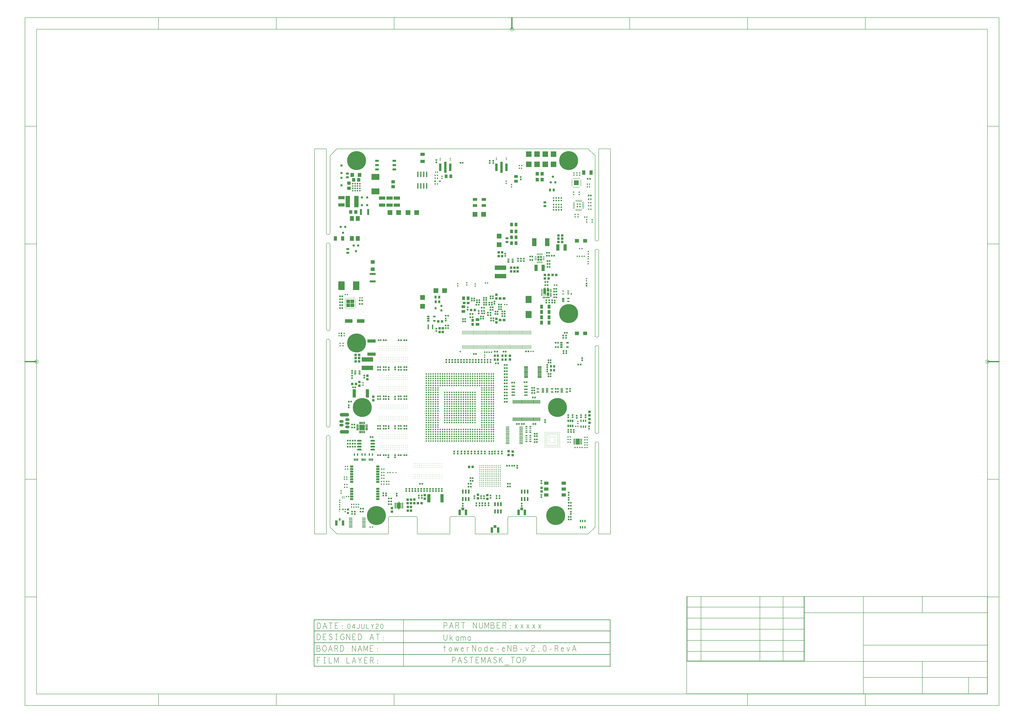
<source format=gbr>
G04 ================== begin FILE IDENTIFICATION RECORD ==================*
G04 Layout Name:  toweNode-eNB-07042023.brd*
G04 Film Name:    toweNode-eNB-v1.0-RevC_PMT.gbr*
G04 File Format:  Gerber RS274X*
G04 File Origin:  Cadence Allegro -unreleased*
G04 Origin Date:  Fri Apr  7 20:57:59 2023*
G04 *
G04 Layer:  BOARD GEOMETRY/TITLE_BLOCK*
G04 Layer:  BOARD GEOMETRY/OUTLINE*
G04 Layer:  DRAWING FORMAT/OUTLINE_DATA*
G04 Layer:  PACKAGE GEOMETRY/PASTEMASK_TOP*
G04 Layer:  PIN/PASTEMASK_TOP*
G04 *
G04 Offset:    (0.000 0.000)*
G04 Mirror:    No*
G04 Mode:      Positive*
G04 Rotation:  0*
G04 FullContactRelief:  No*
G04 UndefLineWidth:     6.000*
G04 ================== end FILE IDENTIFICATION RECORD ====================*
%FSLAX25Y25*MOIN*%
%IR0*IPPOS*OFA0.00000B0.00000*MIA0B0*SFA1.00000B1.00000*%
%AMMACRO90*
4,1,40,.015205,-.005315,
-.015205,-.005315,
-.015436,-.005295,
-.01566,-.005235,
-.01587,-.005136,
-.01606,-.005003,
-.016224,-.004839,
-.016357,-.004649,
-.016455,-.004439,
-.016515,-.004215,
-.016535,-.003988,
-.016535,.003988,
-.016514,.004219,
-.016454,.004443,
-.016355,.004653,
-.016221,.004842,
-.016057,.005006,
-.015867,.005139,
-.015656,.005236,
-.015432,.005295,
-.015205,.005315,
.015205,.005315,
.015436,.005295,
.01566,.005235,
.01587,.005136,
.01606,.005003,
.016224,.004839,
.016357,.004649,
.016455,.004439,
.016515,.004215,
.016535,.003988,
.016535,-.003988,
.016514,-.004219,
.016454,-.004443,
.016355,-.004653,
.016221,-.004842,
.016057,-.005006,
.015867,-.005139,
.015656,-.005236,
.015432,-.005295,
.015205,-.005315,
0.0*
%
%ADD90MACRO90*%
%ADD78R,.029921X.066929*%
%ADD93O,.068988X.021748*%
%ADD52R,.1X.036*%
%ADD50R,.036X.1*%
%ADD17R,.11X.055*%
%ADD102R,.055X.11*%
%AMMACRO61*
4,1,20,.03248,.04724,
.01476,.04724,
.01476,.066929,
.004921,.066929,
.004921,.04724,
-.004921,.04724,
-.004921,.066929,
-.01476,.066929,
-.01476,.04724,
-.03248,.04724,
-.03248,-.04724,
-.01476,-.04724,
-.01476,-.066929,
-.004921,-.066929,
-.004921,-.04724,
.004921,-.04724,
.004921,-.066929,
.01476,-.066929,
.01476,-.04724,
.03248,-.04724,
.03248,.04724,
0.0*
%
%ADD61MACRO61*%
%ADD89R,.059799X.023598*%
%ADD71R,.040201X.125201*%
%ADD31R,.072X.198*%
%ADD28R,.001X.001*%
%ADD49R,.198X.072*%
%ADD75R,.044902X.190201*%
%ADD24C,.320961*%
%ADD51R,.140902X.055902*%
%ADD40R,.055902X.140902*%
%ADD20R,.022642X.007902*%
%ADD80R,.007902X.070902*%
%ADD123R,.00787X.033461*%
%ADD124R,.033461X.00787*%
%ADD108C,.009449*%
%ADD19R,.019642X.007902*%
%ADD13R,.009402X.012598*%
%ADD23O,.159539X.061118*%
%AMMACRO121*
4,1,4,-.034494,.049016,
-.034482,-.049016,
.034494,-.049016,
.034494,.049016,
-.034494,.049016,
0.0*
%
%ADD121MACRO121*%
%ADD95R,.072831X.133858*%
%AMMACRO104*
4,1,4,.016141,-.016142,
.016141,.016141,
-.016142,.016141,
-.016142,-.016142,
.016141,-.016142,
0.0*
%
%ADD104MACRO104*%
%ADD94R,.1X.12*%
%ADD125R,.009839X.023618*%
%ADD25R,.127953X.064961*%
%ADD126R,.023618X.009839*%
%AMMACRO42*
4,1,40,-.015205,.005315,
.015205,.005315,
.015436,.005295,
.01566,.005235,
.01587,.005136,
.01606,.005003,
.016224,.004839,
.016357,.004649,
.016455,.004439,
.016515,.004215,
.016535,.003988,
.016535,-.003988,
.016514,-.004219,
.016454,-.004443,
.016355,-.004653,
.016221,-.004842,
.016057,-.005006,
.015867,-.005139,
.015656,-.005236,
.015432,-.005295,
.015205,-.005315,
-.015205,-.005315,
-.015436,-.005295,
-.01566,-.005235,
-.01587,-.005136,
-.01606,-.005003,
-.016224,-.004839,
-.016357,-.004649,
-.016455,-.004439,
-.016515,-.004215,
-.016535,-.003988,
-.016535,.003988,
-.016514,.004219,
-.016454,.004443,
-.016355,.004653,
-.016221,.004842,
-.016057,.005006,
-.015867,.005139,
-.015656,.005236,
-.015432,.005295,
-.015205,.005315,
0.0*
%
%ADD42MACRO42*%
%ADD15R,.11X.15*%
%ADD70R,.032X.02*%
%ADD37O,.08X.03*%
%ADD26R,.016X.01*%
%ADD60R,.032X.012*%
%ADD54R,.138X.1*%
%ADD27R,.01X.016*%
%ADD118R,.024X.03*%
%ADD122R,.07X.06*%
%ADD83R,.043X.045*%
%ADD43R,.07X.08*%
%ADD18R,.038X.032*%
%ADD82R,.045X.043*%
%ADD55R,.063X.035*%
%ADD32R,.06X.056*%
%ADD29R,.045X.035*%
%ADD76R,.04X.094*%
%ADD69R,.035X.045*%
%ADD48R,.044X.04222*%
%ADD44R,.056X.06*%
%ADD68R,.037X.036*%
%ADD41R,.04222X.044*%
%ADD81R,.059X.051*%
%ADD62R,.082X.082*%
%ADD30R,.036X.037*%
%ADD74R,.051X.059*%
%ADD63R,.024X.095*%
%ADD59R,.082X.082*%
%ADD53R,.066X.063*%
%ADD79C,.026*%
%ADD64R,.075X.055*%
%ADD45R,.063X.066*%
%ADD10R,.042X.087*%
%ADD58R,.02X.02*%
%ADD16R,.055X.075*%
%ADD14R,.021X.021*%
%ADD100R,.011024X.09252*%
%ADD33R,.032X.032*%
%ADD12R,.019701X.0315*%
%ADD114R,.011811X.021654*%
%ADD85C,.01772*%
%ADD77R,.046X.046*%
%ADD65C,.024902*%
%ADD21R,.028X.028*%
%ADD129R,.023622X.043307*%
%ADD73R,.023618X.011811*%
%ADD99R,.02874X.011811*%
%ADD39C,.04537*%
%ADD112R,.028543X.011811*%
%ADD35R,.055118X.035402*%
%ADD113R,.011811X.028543*%
%ADD101R,.017717X.011811*%
%ADD98R,.049201X.070902*%
%ADD96R,.095X.095*%
%ADD57R,.018902X.015701*%
%ADD11R,.027559X.042*%
%ADD128R,.023622X.041339*%
%ADD111R,.041339X.062008*%
%ADD86R,.033461X.03937*%
%ADD109R,.014961X.022835*%
%ADD88R,.011811X.059059*%
%ADD72R,.011811X.027559*%
%ADD107R,.07687X.05324*%
%ADD56C,.012799*%
%ADD115R,.047244X.08563*%
%ADD110R,.017913X.025591*%
%ADD84R,.074803X.047244*%
%ADD116R,.041339X.045276*%
%ADD91R,.035429X.023618*%
%ADD22O,.072929X.049311*%
%ADD66R,.024606X.07874*%
%ADD46R,.01978X.041429*%
%ADD38R,.041429X.01978*%
%ADD127R,.082681X.082681*%
%ADD87R,.059059X.01772*%
%ADD47R,.096551X.096551*%
%ADD120R,.035429X.015748*%
%ADD97R,.039461X.01978*%
%ADD92R,.035429X.015748*%
%ADD36R,.01978X.039461*%
%ADD119R,.027559X.03937*%
%ADD67R,.03937X.027559*%
%ADD34R,.062988X.01378*%
%ADD130C,.019689*%
%ADD131C,.005*%
%ADD132C,.00787*%
%ADD133C,.01*%
%ADD134C,.006*%
G75*
%LPD*%
G75*
G36*
G01X-44589Y354094D02*
Y360106D01*
X-50902D01*
Y354094D01*
X-44589D01*
G37*
G36*
G01Y360894D02*
Y366906D01*
X-50902D01*
Y360894D01*
X-44589D01*
G37*
G36*
G01X-37489Y354094D02*
Y360106D01*
X-43802D01*
Y354094D01*
X-37489D01*
G37*
G36*
G01Y360894D02*
Y366906D01*
X-43802D01*
Y360894D01*
X-37489D01*
G37*
G36*
G01X342358Y528036D02*
X340094D01*
Y530300D01*
X342358D01*
Y528036D01*
G37*
G36*
G01Y523804D02*
X340094D01*
Y526068D01*
X342358D01*
Y523804D01*
G37*
G36*
G01X346590Y528036D02*
X344326D01*
Y530300D01*
X346590D01*
Y528036D01*
G37*
G36*
G01Y523804D02*
X344326D01*
Y526068D01*
X346590D01*
Y523804D01*
G37*
G36*
G01X-30995Y553100D02*
Y550900D01*
X-33195D01*
Y553100D01*
X-30995D01*
G37*
G36*
G01Y557100D02*
Y554900D01*
X-33195D01*
Y557100D01*
X-30995D01*
G37*
G36*
G01Y561100D02*
Y558900D01*
X-33195D01*
Y561100D01*
X-30995D01*
G37*
G36*
G01X-34995Y553100D02*
Y550900D01*
X-37195D01*
Y553100D01*
X-34995D01*
G37*
G36*
G01Y557100D02*
Y554900D01*
X-37195D01*
Y557100D01*
X-34995D01*
G37*
G36*
G01Y561100D02*
Y558900D01*
X-37195D01*
Y561100D01*
X-34995D01*
G37*
G36*
G01X-38995Y553100D02*
Y550900D01*
X-41195D01*
Y553100D01*
X-38995D01*
G37*
G36*
G01Y557100D02*
Y554900D01*
X-41195D01*
Y557100D01*
X-38995D01*
G37*
G36*
G01Y561100D02*
Y558900D01*
X-41195D01*
Y561100D01*
X-38995D01*
G37*
G36*
G01X-30995Y565100D02*
Y562900D01*
X-33195D01*
Y565100D01*
X-30995D01*
G37*
G36*
G01X-34995D02*
Y562900D01*
X-37195D01*
Y565100D01*
X-34995D01*
G37*
G36*
G01X-38995D02*
Y562900D01*
X-41195D01*
Y565100D01*
X-38995D01*
G37*
G36*
G01X-26995Y553100D02*
Y550900D01*
X-29195D01*
Y553100D01*
X-26995D01*
G37*
G36*
G01Y557100D02*
Y554900D01*
X-29195D01*
Y557100D01*
X-26995D01*
G37*
G36*
G01Y561100D02*
Y558900D01*
X-29195D01*
Y561100D01*
X-26995D01*
G37*
G36*
G01Y565100D02*
Y562900D01*
X-29195D01*
Y565100D01*
X-26995D01*
G37*
G36*
G01X268837Y435630D02*
Y436418D01*
X272380D01*
Y435630D01*
X268837D01*
G37*
G36*
G01X273384Y433288D02*
Y436516D01*
X276612D01*
Y433288D01*
X273384D01*
G37*
G36*
G01X277793D02*
Y436516D01*
X281022D01*
Y433288D01*
X277793D01*
G37*
G36*
G01X268837Y437796D02*
Y438583D01*
X272380D01*
Y437796D01*
X268837D01*
G37*
G36*
G01X277793Y437697D02*
Y440926D01*
X281022D01*
Y437697D01*
X277793D01*
G37*
G36*
G01X282026Y435630D02*
Y436418D01*
X285569D01*
Y435630D01*
X282026D01*
G37*
G36*
G01Y437796D02*
Y438583D01*
X285569D01*
Y437796D01*
X282026D01*
G37*
G36*
G01X302005Y518300D02*
X299605D01*
Y520700D01*
X302005D01*
Y518300D01*
G37*
G36*
G01X306405D02*
X304005D01*
Y520700D01*
X306405D01*
Y518300D01*
G37*
G36*
G01X310805D02*
X308405D01*
Y520700D01*
X310805D01*
Y518300D01*
G37*
G36*
G01X315205D02*
X312805D01*
Y520700D01*
X315205D01*
Y518300D01*
G37*
G36*
G01X302005Y522700D02*
X299605D01*
Y525100D01*
X302005D01*
Y522700D01*
G37*
G36*
G01X306405D02*
X304005D01*
Y525100D01*
X306405D01*
Y522700D01*
G37*
G36*
G01X310805D02*
X308405D01*
Y525100D01*
X310805D01*
Y522700D01*
G37*
G36*
G01X315205D02*
X312805D01*
Y525100D01*
X315205D01*
Y522700D01*
G37*
G36*
G01X302005Y527100D02*
X299605D01*
Y529500D01*
X302005D01*
Y527100D01*
G37*
G36*
G01X306405D02*
X304005D01*
Y529500D01*
X306405D01*
Y527100D01*
G37*
G36*
G01X310805D02*
X308405D01*
Y529500D01*
X310805D01*
Y527100D01*
G37*
G36*
G01X315205D02*
X312805D01*
Y529500D01*
X315205D01*
Y527100D01*
G37*
G36*
G01X302005Y534200D02*
X299605D01*
Y536600D01*
X302005D01*
Y534200D01*
G37*
G36*
G01X306405D02*
X304005D01*
Y536600D01*
X306405D01*
Y534200D01*
G37*
G36*
G01X310805D02*
X308405D01*
Y536600D01*
X310805D01*
Y534200D01*
G37*
G36*
G01X315205D02*
X312805D01*
Y536600D01*
X315205D01*
Y534200D01*
G37*
G36*
G01X302005Y538600D02*
X299605D01*
Y541000D01*
X302005D01*
Y538600D01*
G37*
G36*
G01X306405D02*
X304005D01*
Y541000D01*
X306405D01*
Y538600D01*
G37*
G36*
G01X310805D02*
X308405D01*
Y541000D01*
X310805D01*
Y538600D01*
G37*
G36*
G01X315205D02*
X312805D01*
Y541000D01*
X315205D01*
Y538600D01*
G37*
G54D100*
X281819Y380014D03*
G54D110*
X287360Y375290D03*
G54D101*
X280382Y375979D03*
Y377750D03*
Y380506D03*
Y382278D03*
Y384050D03*
G54D120*
X317130Y381483D03*
Y376363D03*
X325792Y381483D03*
Y378923D03*
Y376363D03*
G54D111*
X291504Y376323D03*
G54D102*
X283150Y420804D03*
X270946D03*
X308203Y455500D03*
X320407D03*
G54D130*
G01X-596541Y261502D02*
X-576856D01*
G01X230231Y846147D02*
Y826462D01*
G01X1057002Y261502D02*
X1037317D01*
G36*
G01X280687Y428741D02*
Y431461D01*
X280691Y431485D01*
Y431508D01*
X280699Y431532D01*
X280703Y431556D01*
X280711Y431579D01*
X280718Y431599D01*
X280726Y431622D01*
X280738Y431642D01*
X280746Y431662D01*
X280762Y431686D01*
X280774Y431705D01*
X280789Y431721D01*
X280805Y431741D01*
X280837Y431772D01*
X280856Y431788D01*
X280872Y431804D01*
X280892Y431815D01*
X280915Y431831D01*
X280935Y431839D01*
X280955Y431851D01*
X280978Y431859D01*
X280998Y431867D01*
X281022Y431874D01*
X281045Y431878D01*
X281069Y431886D01*
X281092D01*
X281116Y431890D01*
X281163D01*
X281187Y431886D01*
X281211D01*
X281234Y431878D01*
X281258Y431874D01*
X281281Y431867D01*
X281301Y431859D01*
X281325Y431851D01*
X281344Y431839D01*
X281364Y431831D01*
X281388Y431815D01*
X281407Y431804D01*
X281423Y431788D01*
X281443Y431772D01*
X281474Y431741D01*
X281490Y431721D01*
X281506Y431705D01*
X281518Y431686D01*
X281533Y431662D01*
X281541Y431642D01*
X281553Y431622D01*
X281561Y431599D01*
X281569Y431579D01*
X281577Y431556D01*
X281581Y431532D01*
X281588Y431508D01*
Y431485D01*
X281592Y431461D01*
Y428741D01*
X280687D01*
G37*
G36*
G01X278718D02*
Y431461D01*
X278722Y431485D01*
Y431508D01*
X278730Y431532D01*
X278734Y431556D01*
X278742Y431579D01*
X278750Y431599D01*
X278758Y431622D01*
X278770Y431642D01*
X278778Y431662D01*
X278793Y431686D01*
X278805Y431705D01*
X278821Y431721D01*
X278837Y431741D01*
X278868Y431772D01*
X278888Y431788D01*
X278904Y431804D01*
X278923Y431815D01*
X278947Y431831D01*
X278966Y431839D01*
X278986Y431851D01*
X279010Y431859D01*
X279030Y431867D01*
X279053Y431874D01*
X279077Y431878D01*
X279100Y431886D01*
X279124D01*
X279148Y431890D01*
X279195D01*
X279218Y431886D01*
X279242D01*
X279266Y431878D01*
X279289Y431874D01*
X279313Y431867D01*
X279333Y431859D01*
X279356Y431851D01*
X279376Y431839D01*
X279396Y431831D01*
X279419Y431815D01*
X279439Y431804D01*
X279455Y431788D01*
X279474Y431772D01*
X279506Y431741D01*
X279522Y431721D01*
X279537Y431705D01*
X279549Y431686D01*
X279565Y431662D01*
X279573Y431642D01*
X279585Y431622D01*
X279592Y431599D01*
X279600Y431579D01*
X279608Y431556D01*
X279612Y431532D01*
X279620Y431508D01*
Y431485D01*
X279624Y431461D01*
Y428741D01*
X278718D01*
G37*
G36*
G01X276750D02*
Y431461D01*
X276754Y431485D01*
Y431508D01*
X276762Y431532D01*
X276766Y431556D01*
X276774Y431579D01*
X276781Y431599D01*
X276789Y431622D01*
X276801Y431642D01*
X276809Y431662D01*
X276825Y431686D01*
X276837Y431705D01*
X276852Y431721D01*
X276868Y431741D01*
X276900Y431772D01*
X276919Y431788D01*
X276935Y431804D01*
X276955Y431815D01*
X276978Y431831D01*
X276998Y431839D01*
X277018Y431851D01*
X277041Y431859D01*
X277061Y431867D01*
X277085Y431874D01*
X277108Y431878D01*
X277132Y431886D01*
X277156D01*
X277179Y431890D01*
X277226D01*
X277250Y431886D01*
X277274D01*
X277297Y431878D01*
X277321Y431874D01*
X277344Y431867D01*
X277364Y431859D01*
X277388Y431851D01*
X277407Y431839D01*
X277427Y431831D01*
X277451Y431815D01*
X277470Y431804D01*
X277486Y431788D01*
X277506Y431772D01*
X277537Y431741D01*
X277553Y431721D01*
X277569Y431705D01*
X277581Y431686D01*
X277596Y431662D01*
X277604Y431642D01*
X277616Y431622D01*
X277624Y431599D01*
X277632Y431579D01*
X277640Y431556D01*
X277644Y431532D01*
X277652Y431508D01*
Y431485D01*
X277656Y431461D01*
Y428741D01*
X276750D01*
G37*
G36*
G01X274781D02*
Y431461D01*
X274785Y431485D01*
Y431508D01*
X274793Y431532D01*
X274797Y431556D01*
X274805Y431579D01*
X274813Y431599D01*
X274821Y431622D01*
X274833Y431642D01*
X274840Y431662D01*
X274856Y431686D01*
X274868Y431705D01*
X274884Y431721D01*
X274900Y431741D01*
X274931Y431772D01*
X274951Y431788D01*
X274966Y431804D01*
X274986Y431815D01*
X275010Y431831D01*
X275030Y431839D01*
X275049Y431851D01*
X275073Y431859D01*
X275092Y431867D01*
X275116Y431874D01*
X275140Y431878D01*
X275163Y431886D01*
X275187D01*
X275211Y431890D01*
X275258D01*
X275281Y431886D01*
X275305D01*
X275329Y431878D01*
X275352Y431874D01*
X275376Y431867D01*
X275396Y431859D01*
X275419Y431851D01*
X275439Y431839D01*
X275459Y431831D01*
X275482Y431815D01*
X275502Y431804D01*
X275518Y431788D01*
X275537Y431772D01*
X275569Y431741D01*
X275585Y431721D01*
X275600Y431705D01*
X275612Y431686D01*
X275628Y431662D01*
X275636Y431642D01*
X275648Y431622D01*
X275656Y431599D01*
X275663Y431579D01*
X275671Y431556D01*
X275675Y431532D01*
X275683Y431508D01*
Y431485D01*
X275687Y431461D01*
Y428741D01*
X274781D01*
G37*
G36*
G01X272813D02*
Y431461D01*
X272817Y431485D01*
Y431508D01*
X272825Y431532D01*
X272829Y431556D01*
X272837Y431579D01*
X272844Y431599D01*
X272852Y431622D01*
X272864Y431642D01*
X272872Y431662D01*
X272888Y431686D01*
X272900Y431705D01*
X272915Y431721D01*
X272931Y431741D01*
X272963Y431772D01*
X272982Y431788D01*
X272998Y431804D01*
X273018Y431815D01*
X273041Y431831D01*
X273061Y431839D01*
X273081Y431851D01*
X273104Y431859D01*
X273124Y431867D01*
X273148Y431874D01*
X273171Y431878D01*
X273195Y431886D01*
X273219D01*
X273242Y431890D01*
X273289D01*
X273313Y431886D01*
X273337D01*
X273360Y431878D01*
X273384Y431874D01*
X273407Y431867D01*
X273427Y431859D01*
X273451Y431851D01*
X273470Y431839D01*
X273490Y431831D01*
X273514Y431815D01*
X273533Y431804D01*
X273549Y431788D01*
X273569Y431772D01*
X273600Y431741D01*
X273616Y431721D01*
X273632Y431705D01*
X273644Y431686D01*
X273659Y431662D01*
X273667Y431642D01*
X273679Y431622D01*
X273687Y431599D01*
X273695Y431579D01*
X273703Y431556D01*
X273707Y431532D01*
X273714Y431508D01*
Y431485D01*
X273718Y431461D01*
Y428741D01*
X272813D01*
G37*
G54D112*
X296179Y374207D03*
Y372435D03*
Y384050D03*
Y382278D03*
Y380506D03*
Y377750D03*
Y375979D03*
G54D10*
X-68036Y-12800D03*
X-56422D03*
G54D121*
X341804Y125500D03*
G54D131*
G01X-84940Y490344D02*
Y623190D01*
X-104940D01*
Y-31500D01*
X-84940D01*
Y123000D01*
G01Y133000D02*
Y123000D01*
G01Y133000D02*
G02X-78740I3100J0D01*
G01X-84940Y153000D02*
Y163000D01*
G01X-78740Y153000D02*
G02X-84940I-3100J0D01*
G01Y296672D02*
Y163000D01*
G01Y296672D02*
G02X-78740I3100J0D01*
G01X-84940Y460344D02*
Y326672D01*
G01X-78740Y316672D02*
G02X-84940I-3100J0D01*
G01D02*
Y326672D01*
G01Y460344D02*
G02X-78740I3100J0D01*
G01X-84940Y480344D02*
Y490344D01*
G01X-78740Y480344D02*
G02X-84940I-3100J0D01*
G01X-78740Y1965D02*
Y-19689D01*
X-66929Y-31500D01*
X20275D01*
Y-3973D01*
G02X22275Y-1973I2000J0D01*
G01X67488D01*
G02X69488Y-3973I0J-2000D01*
G01Y-31500D01*
X124607D01*
X124606Y-3973D01*
G02X126606Y-1973I2000J0D01*
G01X165913D01*
G02X167913Y-3973I0J-2000D01*
G01X167914Y-31500D01*
X223032D01*
X223031Y-3973D01*
G02X225031Y-1973I2000J0D01*
G01X270244D01*
G02X272244Y-3973I0J-2000D01*
G01Y-31500D01*
X359448D01*
X371260Y-19689D01*
Y112173D01*
G01X-78740Y123000D02*
Y1965D01*
G01Y133000D02*
Y123000D01*
G01Y153000D02*
Y163000D01*
G01Y286672D02*
Y163000D01*
G01Y296672D02*
Y286672D01*
G01Y316672D02*
Y326672D01*
G01Y450344D02*
Y326672D01*
G01Y460344D02*
Y450344D01*
G01Y480344D02*
Y490344D01*
G01X371260Y479517D02*
Y611379D01*
X359449Y623190D01*
X-66929D01*
X-78740Y611379D01*
Y490344D01*
G01X371260Y122173D02*
Y112173D01*
G01Y122173D02*
G02X377460I3100J0D01*
G01X371260Y142173D02*
Y152173D01*
G01X377460Y142173D02*
G02X371260I-3100J0D01*
G01Y152173D02*
Y275845D01*
G01Y285845D02*
Y275845D01*
G01Y285845D02*
G02X377460I3100J0D01*
G01Y305845D02*
G02X371260I-3100J0D01*
G01D02*
Y315845D01*
G01D02*
Y439517D01*
G01Y449517D02*
G02X377460I3100J0D01*
G01X371260D02*
Y439517D01*
G01X377460Y469517D02*
G02X371260I-3100J0D01*
G01D02*
Y479517D01*
G01X377460D02*
Y623190D01*
X397460D01*
Y-31500D01*
X377460D01*
Y112173D01*
G01Y122173D02*
Y112173D01*
G01Y142173D02*
Y275845D01*
G01Y285845D02*
Y275845D01*
G01Y449517D02*
Y305845D01*
G01Y469517D02*
Y479517D01*
G54D11*
X-62229Y-6797D03*
G54D113*
X293571Y370614D03*
X291799D03*
X290028D03*
X288256D03*
X286484D03*
X284713D03*
X282941D03*
G54D122*
X340383Y309568D03*
X340471Y466800D03*
X354383Y309568D03*
X354471Y466800D03*
G54D104*
X274998Y439312D03*
G54D20*
X-54902Y30700D03*
X-57756D03*
G54D132*
G01X-596541Y-138498D02*
X-576856D01*
G01X-596541Y61502D02*
X-576856D01*
G01X-596541Y461502D02*
X-576856D01*
G01X-596541Y661502D02*
X-576856D01*
G01Y-303459D02*
X1037317D01*
G01X-576856D02*
Y826462D01*
G01X-579845Y261502D02*
G03X-573867I2989J0D01*
G03X-579845I-2989J0D01*
G01X-576856Y826462D02*
X1037317D01*
G01X-369769Y-323144D02*
Y-303459D01*
G01Y846147D02*
Y826462D01*
G01X-169769Y-323144D02*
Y-303459D01*
G01Y846147D02*
Y826462D01*
G01X30231Y-323144D02*
Y-303459D01*
G01Y846147D02*
Y826462D01*
G01X227241D02*
G03X233220I2989J0D01*
G03X227241I-2989J0D01*
G01X430231Y846147D02*
Y826462D01*
G01X630231Y-323144D02*
Y-303459D01*
G01Y846147D02*
Y826462D01*
G01X830231Y-323144D02*
Y-303459D01*
G01Y846147D02*
Y826462D01*
G01X1034328Y261502D02*
G03X1040307I2989J0D01*
G03X1034328I-2989J0D01*
G01X1037317Y-303459D02*
Y826462D01*
G01X1057002Y-138498D02*
X1037317D01*
G01X1057002Y61502D02*
X1037317D01*
G01X1057002Y461502D02*
X1037317D01*
G01X1057002Y661502D02*
X1037317D01*
G54D21*
X-48529Y116800D03*
Y121800D03*
Y127300D03*
X-46817Y183368D03*
Y187158D03*
X-46740Y193368D03*
X-59195Y309400D03*
Y305610D03*
X-57795Y352500D03*
X-61586D03*
X-61595Y357500D03*
X-57805D03*
X-57795Y362500D03*
X-61586D03*
X-61595Y367500D03*
X-57805D03*
X-61595Y372500D03*
X-57805D03*
X-41094Y6425D03*
Y2635D03*
X-36457Y6425D03*
Y2635D03*
X-44739Y116800D03*
Y121800D03*
X-36383Y116800D03*
X-40173D03*
X-36383Y121800D03*
X-40173D03*
X-44739Y127300D03*
X-36383D03*
X-40173D03*
X-37322Y149573D03*
X-41112D03*
X-37322Y154568D03*
X-41112D03*
X-42950Y193368D03*
X-35840Y217963D03*
X-39630D03*
X-41195Y233610D03*
Y245900D03*
Y242110D03*
Y237400D03*
X-22748Y11435D03*
X-26538D03*
X-26778Y6400D03*
X-22988D03*
X-20695Y234100D03*
Y237890D03*
X-28095Y359484D03*
X-24305D03*
X-24295Y365500D03*
X-28086D03*
X-6229Y133300D03*
X-10019D03*
X11671Y37700D03*
Y33910D03*
X2690Y102410D03*
X6480D03*
X16090D03*
X12300D03*
X2690Y147410D03*
X6480D03*
X2690Y152210D03*
X6480D03*
X16090Y147410D03*
X12300D03*
X16090Y152210D03*
X12300D03*
X2690Y197810D03*
X6480D03*
X2690Y202610D03*
X6480D03*
X16090Y197810D03*
X12300D03*
X16090Y202610D03*
X12300D03*
X2690Y247610D03*
X6480D03*
X16090D03*
X12300D03*
X2690Y252110D03*
X6480D03*
X16090D03*
X12300D03*
X16090Y297710D03*
X12300D03*
X3690D03*
X7480D03*
X21183Y23985D03*
X24973D03*
X24983Y19061D03*
X21192D03*
X21183Y28710D03*
X24973D03*
X16471Y33900D03*
Y37690D03*
X20490Y102510D03*
Y98720D03*
X31590Y98710D03*
Y102500D03*
X20790Y152010D03*
Y148220D03*
X31590Y147910D03*
Y151700D03*
X20790Y201810D03*
Y198020D03*
X31590Y198010D03*
Y201800D03*
X21090Y247820D03*
X31590Y248110D03*
X21090Y251610D03*
X31590Y251900D03*
X34271Y37200D03*
Y33410D03*
X37790Y102410D03*
X41580D03*
X47400D03*
X41590Y147410D03*
X37800D03*
X37790Y152210D03*
X41580D03*
X47400Y147410D03*
Y152210D03*
X41590Y197810D03*
X37800D03*
X37790Y202610D03*
X41580D03*
X47400Y197810D03*
Y202610D03*
X41590Y247610D03*
X37800D03*
X47400D03*
X37790Y252110D03*
X41580D03*
X47400D03*
Y297710D03*
X41590D03*
X37800D03*
X61090Y41510D03*
Y45300D03*
X56090Y41510D03*
Y45300D03*
X50840Y41510D03*
Y45300D03*
X51190Y102410D03*
Y147410D03*
Y152210D03*
Y197810D03*
Y202610D03*
Y247610D03*
Y252110D03*
Y297710D03*
X72240Y29969D03*
X76993Y29920D03*
X72240Y33759D03*
X76993Y33710D03*
X76090Y41510D03*
Y45300D03*
X71090Y41510D03*
Y45300D03*
X66090Y41510D03*
Y45300D03*
X77990Y53710D03*
X74200D03*
X91090Y41510D03*
Y45300D03*
X86090Y41510D03*
Y45300D03*
X81090Y41510D03*
Y45300D03*
X106090Y41510D03*
Y45300D03*
X101090Y41510D03*
Y45300D03*
X96090Y41510D03*
Y45300D03*
X101805Y313600D03*
Y317390D03*
X101674Y604073D03*
Y600283D03*
X111090Y41510D03*
Y45300D03*
X118783Y260668D03*
Y264458D03*
X123783Y260668D03*
Y264458D03*
X121705Y318500D03*
X117915D03*
X121705Y323000D03*
X117915D03*
X121705Y339500D03*
X117915D03*
X117805Y331100D03*
Y334890D03*
X131983Y105073D03*
X137983D03*
X131983Y108863D03*
X137983D03*
X133783Y264468D03*
Y260678D03*
X128783Y264468D03*
Y260678D03*
X138783Y264468D03*
Y260678D03*
X146665Y20147D03*
Y16357D03*
X156473Y48991D03*
Y53731D03*
X155683Y105073D03*
X149983D03*
X144283D03*
X155683Y108863D03*
X149983D03*
X144283D03*
X143783Y264468D03*
Y260678D03*
X153783Y260668D03*
Y264458D03*
X148783Y260668D03*
Y264458D03*
X147119Y333760D03*
X150909D03*
X147119Y329760D03*
X150909D03*
X155075Y349967D03*
Y353757D03*
X142778Y599523D03*
X146568D03*
X169871Y20790D03*
Y17000D03*
X166271Y29210D03*
Y33000D03*
X163471Y58968D03*
X159681D03*
X160263Y48991D03*
Y53731D03*
X163471Y63560D03*
X159681D03*
X172805Y105073D03*
X161383D03*
X167083D03*
X172805Y108863D03*
X161383D03*
X167083D03*
X163783Y264468D03*
Y260678D03*
X158783Y264468D03*
Y260678D03*
X168783Y260668D03*
Y264458D03*
X169130Y274670D03*
X165340D03*
X159512Y342364D03*
X163302D03*
X159472Y336841D03*
X163262D03*
X169856Y358208D03*
X170739Y365958D03*
Y362168D03*
X165953Y368860D03*
Y365070D03*
X161953Y368860D03*
Y365070D03*
X177671Y29200D03*
X182729Y29002D03*
X184871Y17200D03*
Y20990D03*
X175071Y17000D03*
Y20790D03*
X179871Y17000D03*
Y20790D03*
X177671Y32990D03*
X182729Y32792D03*
X178483Y105073D03*
X184183D03*
X178483Y108863D03*
X184183D03*
X183783Y264458D03*
Y260668D03*
X178783Y264458D03*
Y260668D03*
X173783Y260668D03*
Y264458D03*
X173683Y343596D03*
X181377Y334441D03*
Y338231D03*
X177377Y334441D03*
Y338231D03*
X183190Y343412D03*
X179400D03*
X186559Y358220D03*
X182690D03*
X173683Y347386D03*
X182690Y347412D03*
X178900D03*
X173646Y358208D03*
X182690Y353309D03*
X178900D03*
X186559Y362010D03*
X182690D03*
X186565Y369838D03*
Y366048D03*
X182565Y369838D03*
Y366048D03*
X174739Y365958D03*
Y362168D03*
X190271Y21000D03*
Y17210D03*
X204096Y29341D03*
X193871Y30010D03*
X204096Y33131D03*
X193871Y33800D03*
X200983Y105063D03*
X191600Y104807D03*
X196279Y104835D03*
X200983Y108853D03*
X191600Y108597D03*
X196279Y108625D03*
X202887Y258568D03*
X193783Y260668D03*
Y264458D03*
X188783Y260668D03*
Y264458D03*
X201176Y278500D03*
X201975Y342483D03*
X193783Y340672D03*
X198613Y331322D03*
Y335112D03*
X189346Y340672D03*
X194613Y331322D03*
Y335112D03*
X191614Y358220D03*
X193783Y344462D03*
X196120Y358220D03*
X189346Y344462D03*
X193783Y349372D03*
X197573D03*
X193783Y353872D03*
X197573D03*
X201975Y346420D03*
X197750Y372571D03*
Y368781D03*
X193751Y372571D03*
Y368781D03*
X191614Y362010D03*
X196120D03*
X200405Y363500D03*
Y359710D03*
X198582Y599054D03*
Y602844D03*
X192340D03*
Y599054D03*
X209096Y29341D03*
Y33131D03*
X206983Y105073D03*
X212983D03*
X206983Y108863D03*
X212983D03*
X217776Y193100D03*
X217771Y198500D03*
X217776Y208900D03*
X217780Y214100D03*
X217776Y203700D03*
X217776Y219300D03*
Y229700D03*
X217766Y224500D03*
X217776Y234900D03*
Y245300D03*
Y240100D03*
Y250500D03*
Y255700D03*
X206677Y258568D03*
X204966Y278500D03*
X215776D03*
X219566D03*
X205765Y342483D03*
X217655Y338939D03*
X213865D03*
X217655Y342760D03*
X213865D03*
X211805Y350657D03*
X208015D03*
X211805Y358509D03*
X208015D03*
X211805Y354657D03*
X208015D03*
X217655Y346698D03*
X213865D03*
X205765Y346420D03*
X218805Y444900D03*
Y441110D03*
X222940Y53760D03*
X226730D03*
X222940Y49250D03*
X226730D03*
X230383Y84623D03*
X234173D03*
X221887D03*
X225677D03*
X221566Y193100D03*
X221561Y198500D03*
X221566Y208900D03*
X221570Y214100D03*
X221566Y203700D03*
X221566Y219300D03*
Y229700D03*
X221556Y224500D03*
X234205Y226000D03*
X230414D03*
X221566Y234900D03*
Y245300D03*
Y240100D03*
Y250500D03*
Y255700D03*
X246800Y20147D03*
Y16357D03*
X238983Y80832D03*
Y84622D03*
X238271Y155500D03*
X242061D03*
X250571D03*
X246781D03*
X251414Y226500D03*
X240305Y436400D03*
Y432610D03*
X250305Y436400D03*
Y432610D03*
X245305Y432600D03*
Y436390D03*
X244974Y575037D03*
Y571247D03*
X266381Y155500D03*
X265681Y200600D03*
X264447Y212670D03*
X264476Y208300D03*
X264447Y216870D03*
X255205Y226500D03*
X254171Y279000D03*
X257961D03*
X264826Y434154D03*
X261036D03*
X264729Y440059D03*
X260938D03*
X280183Y31178D03*
Y34968D03*
Y58758D03*
Y54968D03*
X272566Y124900D03*
X268776D03*
X272573Y129068D03*
X268783D03*
X272573Y134768D03*
X268783D03*
X272578Y138768D03*
X268788D03*
X270171Y155500D03*
X269471Y200600D03*
X268237Y212670D03*
X268266Y208300D03*
X268237Y216870D03*
X286583Y158473D03*
Y162263D03*
X290171Y244525D03*
Y248315D03*
X292076Y236620D03*
X295866D03*
X292076Y240620D03*
X295866D03*
X290171Y255915D03*
Y252125D03*
X292076Y259820D03*
X295866D03*
X292076Y263820D03*
X295866D03*
X298260Y361932D03*
Y365722D03*
X293571Y361941D03*
Y365732D03*
X288256D03*
Y361941D03*
X290590Y396838D03*
X286800D03*
X290678Y391530D03*
X286888D03*
X290405Y422500D03*
X294195D03*
X294205Y427500D03*
X290414D03*
X290405Y432500D03*
X294195D03*
X293205Y441500D03*
X289414D03*
X293205Y446500D03*
X289414D03*
X297914Y441500D03*
X304393Y215027D03*
X308183D03*
X304393Y210027D03*
X308183D03*
X304571Y293508D03*
X308361D03*
X304571Y286028D03*
X308361D03*
X302848Y365598D03*
Y361807D03*
X301756Y370998D03*
X305546D03*
X305573Y385143D03*
X301782D03*
X305556Y380465D03*
X301765D03*
X301844Y375687D03*
X305634D03*
X301705Y441500D03*
X326292Y-6949D03*
X326293Y-2609D03*
Y11391D03*
Y26501D03*
Y16391D03*
X326316Y21500D03*
X326293Y30291D03*
Y38758D03*
Y34968D03*
X325731Y145684D03*
Y141894D03*
Y170600D03*
Y166810D03*
X328771Y211342D03*
Y215132D03*
X317660Y279590D03*
Y275800D03*
X322260D03*
Y279590D03*
X319672Y310437D03*
X323462D03*
X322171Y302010D03*
Y305800D03*
X317171D03*
Y302010D03*
X330083Y-6949D03*
X330083Y-2609D03*
X330083Y6291D03*
Y2501D03*
X330083Y11391D03*
Y16391D03*
X330107Y21500D03*
X330471Y145684D03*
Y141894D03*
X335071Y145684D03*
Y141894D03*
X333211Y166893D03*
Y170683D03*
X340000Y165719D03*
Y169510D03*
X342901Y256563D03*
X361011Y147692D03*
Y151482D03*
X355011Y170684D03*
Y166894D03*
X347531Y170684D03*
Y166894D03*
X346691Y256563D03*
X349261Y263810D03*
Y267600D03*
X356740Y390550D03*
Y394340D03*
X360347Y543723D03*
X358845Y572313D03*
X364137Y543723D03*
X362635Y572313D03*
G54D114*
X284713Y386215D03*
X286484D03*
X290028D03*
X291799D03*
G54D12*
X-62229Y10300D03*
X-56710D03*
G54D30*
X-56695Y480550D03*
X-52895Y490450D03*
X-60495D03*
X-34695Y449050D03*
X-30895Y458950D03*
X-38495D03*
X296005Y566050D03*
X303605D03*
X299805Y575950D03*
G36*
G01X268837Y434607D02*
X271557D01*
X271581Y434603D01*
X271604D01*
X271628Y434595D01*
X271652Y434591D01*
X271675Y434583D01*
X271695Y434575D01*
X271718Y434567D01*
X271738Y434556D01*
X271762Y434548D01*
X271782Y434532D01*
X271801Y434520D01*
X271817Y434504D01*
X271837Y434488D01*
X271868Y434457D01*
X271884Y434437D01*
X271900Y434422D01*
X271911Y434402D01*
X271927Y434378D01*
X271935Y434359D01*
X271947Y434339D01*
X271955Y434315D01*
X271963Y434296D01*
X271970Y434272D01*
X271974Y434248D01*
X271982Y434225D01*
Y434201D01*
X271986Y434178D01*
Y434130D01*
X271982Y434107D01*
Y434083D01*
X271974Y434059D01*
X271970Y434036D01*
X271963Y434012D01*
X271955Y433992D01*
X271947Y433969D01*
X271935Y433949D01*
X271927Y433930D01*
X271911Y433906D01*
X271900Y433886D01*
X271884Y433870D01*
X271868Y433851D01*
X271837Y433819D01*
X271817Y433803D01*
X271801Y433788D01*
X271782Y433776D01*
X271762Y433760D01*
X271738Y433752D01*
X271718Y433741D01*
X271695Y433733D01*
X271675Y433725D01*
X271652Y433717D01*
X271628Y433713D01*
X271604Y433705D01*
X271581D01*
X271557Y433701D01*
X268837D01*
Y434607D01*
G37*
G36*
G01Y440512D02*
X271557D01*
X271581Y440508D01*
X271604D01*
X271628Y440500D01*
X271652Y440496D01*
X271675Y440489D01*
X271695Y440481D01*
X271718Y440473D01*
X271738Y440461D01*
X271762Y440453D01*
X271782Y440438D01*
X271801Y440426D01*
X271817Y440410D01*
X271837Y440394D01*
X271868Y440363D01*
X271884Y440343D01*
X271900Y440327D01*
X271911Y440308D01*
X271927Y440284D01*
X271935Y440264D01*
X271947Y440244D01*
X271955Y440221D01*
X271963Y440201D01*
X271970Y440178D01*
X271974Y440154D01*
X271982Y440130D01*
Y440107D01*
X271986Y440083D01*
Y440036D01*
X271982Y440012D01*
Y439989D01*
X271974Y439965D01*
X271970Y439941D01*
X271963Y439918D01*
X271955Y439898D01*
X271947Y439874D01*
X271935Y439855D01*
X271927Y439835D01*
X271911Y439812D01*
X271900Y439792D01*
X271884Y439776D01*
X271868Y439756D01*
X271837Y439725D01*
X271817Y439709D01*
X271801Y439693D01*
X271782Y439682D01*
X271762Y439666D01*
X271738Y439658D01*
X271718Y439646D01*
X271695Y439638D01*
X271675Y439630D01*
X271652Y439622D01*
X271628Y439619D01*
X271604Y439611D01*
X271581D01*
X271557Y439607D01*
X268837D01*
Y440512D01*
G37*
G54D123*
X343342Y519276D03*
X340192D03*
X338618D03*
X341767D03*
X343342Y534828D03*
X338618D03*
X340192D03*
X341767D03*
X348066Y519276D03*
X346492D03*
X344916D03*
X346492Y534828D03*
X348066D03*
X344916D03*
G54D133*
G01X-105955Y-177076D02*
Y-256276D01*
G01D02*
X321945D01*
G01X-105955Y-236276D02*
X396645D01*
G01X-105955Y-216276D02*
X396645D01*
G01X-105955Y-196276D02*
X396645D01*
G01Y-177076D02*
X-105955D01*
G01X321945Y-256276D02*
X396645D01*
G01D02*
Y-177076D01*
G36*
G01X281592Y445473D02*
Y442752D01*
X281588Y442729D01*
Y442705D01*
X281581Y442681D01*
X281577Y442658D01*
X281569Y442634D01*
X281561Y442614D01*
X281553Y442591D01*
X281541Y442571D01*
X281533Y442552D01*
X281518Y442528D01*
X281506Y442508D01*
X281490Y442492D01*
X281474Y442473D01*
X281443Y442441D01*
X281423Y442426D01*
X281407Y442410D01*
X281388Y442398D01*
X281368Y442382D01*
X281344Y442374D01*
X281325Y442363D01*
X281301Y442355D01*
X281281Y442347D01*
X281258Y442339D01*
X281234Y442335D01*
X281211Y442327D01*
X281187D01*
X281163Y442323D01*
X281116D01*
X281092Y442327D01*
X281069D01*
X281045Y442335D01*
X281022Y442339D01*
X280998Y442347D01*
X280978Y442355D01*
X280955Y442363D01*
X280935Y442374D01*
X280915Y442382D01*
X280892Y442398D01*
X280872Y442410D01*
X280856Y442426D01*
X280837Y442441D01*
X280805Y442473D01*
X280789Y442492D01*
X280774Y442508D01*
X280762Y442528D01*
X280746Y442548D01*
X280738Y442571D01*
X280726Y442591D01*
X280718Y442614D01*
X280711Y442634D01*
X280703Y442658D01*
X280699Y442681D01*
X280691Y442705D01*
Y442729D01*
X280687Y442752D01*
Y445473D01*
X281592D01*
G37*
G36*
G01X273718D02*
Y442752D01*
X273714Y442729D01*
Y442705D01*
X273707Y442681D01*
X273703Y442658D01*
X273695Y442634D01*
X273687Y442614D01*
X273679Y442591D01*
X273667Y442571D01*
X273659Y442552D01*
X273644Y442528D01*
X273632Y442508D01*
X273616Y442492D01*
X273600Y442473D01*
X273569Y442441D01*
X273549Y442426D01*
X273533Y442410D01*
X273514Y442398D01*
X273494Y442382D01*
X273470Y442374D01*
X273451Y442363D01*
X273427Y442355D01*
X273407Y442347D01*
X273384Y442339D01*
X273360Y442335D01*
X273337Y442327D01*
X273313D01*
X273289Y442323D01*
X273242D01*
X273219Y442327D01*
X273195D01*
X273171Y442335D01*
X273148Y442339D01*
X273124Y442347D01*
X273104Y442355D01*
X273081Y442363D01*
X273061Y442374D01*
X273041Y442382D01*
X273018Y442398D01*
X272998Y442410D01*
X272982Y442426D01*
X272963Y442441D01*
X272931Y442473D01*
X272915Y442492D01*
X272900Y442508D01*
X272888Y442528D01*
X272872Y442548D01*
X272864Y442571D01*
X272852Y442591D01*
X272844Y442614D01*
X272837Y442634D01*
X272829Y442658D01*
X272825Y442681D01*
X272817Y442705D01*
Y442729D01*
X272813Y442752D01*
Y445473D01*
X273718D01*
G37*
G36*
G01X275687D02*
Y442752D01*
X275683Y442729D01*
Y442705D01*
X275675Y442681D01*
X275671Y442658D01*
X275663Y442634D01*
X275656Y442614D01*
X275648Y442591D01*
X275636Y442571D01*
X275628Y442552D01*
X275612Y442528D01*
X275600Y442508D01*
X275585Y442492D01*
X275569Y442473D01*
X275537Y442441D01*
X275518Y442426D01*
X275502Y442410D01*
X275482Y442398D01*
X275462Y442382D01*
X275439Y442374D01*
X275419Y442363D01*
X275396Y442355D01*
X275376Y442347D01*
X275352Y442339D01*
X275329Y442335D01*
X275305Y442327D01*
X275281D01*
X275258Y442323D01*
X275211D01*
X275187Y442327D01*
X275163D01*
X275140Y442335D01*
X275116Y442339D01*
X275092Y442347D01*
X275073Y442355D01*
X275049Y442363D01*
X275030Y442374D01*
X275010Y442382D01*
X274986Y442398D01*
X274966Y442410D01*
X274951Y442426D01*
X274931Y442441D01*
X274900Y442473D01*
X274884Y442492D01*
X274868Y442508D01*
X274856Y442528D01*
X274840Y442548D01*
X274833Y442571D01*
X274821Y442591D01*
X274813Y442614D01*
X274805Y442634D01*
X274797Y442658D01*
X274793Y442681D01*
X274785Y442705D01*
Y442729D01*
X274781Y442752D01*
Y445473D01*
X275687D01*
G37*
G36*
G01X277656D02*
Y442752D01*
X277652Y442729D01*
Y442705D01*
X277644Y442681D01*
X277640Y442658D01*
X277632Y442634D01*
X277624Y442614D01*
X277616Y442591D01*
X277604Y442571D01*
X277596Y442552D01*
X277581Y442528D01*
X277569Y442508D01*
X277553Y442492D01*
X277537Y442473D01*
X277506Y442441D01*
X277486Y442426D01*
X277470Y442410D01*
X277451Y442398D01*
X277431Y442382D01*
X277407Y442374D01*
X277388Y442363D01*
X277364Y442355D01*
X277344Y442347D01*
X277321Y442339D01*
X277297Y442335D01*
X277274Y442327D01*
X277250D01*
X277226Y442323D01*
X277179D01*
X277156Y442327D01*
X277132D01*
X277108Y442335D01*
X277085Y442339D01*
X277061Y442347D01*
X277041Y442355D01*
X277018Y442363D01*
X276998Y442374D01*
X276978Y442382D01*
X276955Y442398D01*
X276935Y442410D01*
X276919Y442426D01*
X276900Y442441D01*
X276868Y442473D01*
X276852Y442492D01*
X276837Y442508D01*
X276825Y442528D01*
X276809Y442548D01*
X276801Y442571D01*
X276789Y442591D01*
X276781Y442614D01*
X276774Y442634D01*
X276766Y442658D01*
X276762Y442681D01*
X276754Y442705D01*
Y442729D01*
X276750Y442752D01*
Y445473D01*
X277656D01*
G37*
G36*
G01X279624D02*
Y442752D01*
X279620Y442729D01*
Y442705D01*
X279612Y442681D01*
X279608Y442658D01*
X279600Y442634D01*
X279592Y442614D01*
X279585Y442591D01*
X279573Y442571D01*
X279565Y442552D01*
X279549Y442528D01*
X279537Y442508D01*
X279522Y442492D01*
X279506Y442473D01*
X279474Y442441D01*
X279455Y442426D01*
X279439Y442410D01*
X279419Y442398D01*
X279400Y442382D01*
X279376Y442374D01*
X279356Y442363D01*
X279333Y442355D01*
X279313Y442347D01*
X279289Y442339D01*
X279266Y442335D01*
X279242Y442327D01*
X279218D01*
X279195Y442323D01*
X279148D01*
X279124Y442327D01*
X279100D01*
X279077Y442335D01*
X279053Y442339D01*
X279030Y442347D01*
X279010Y442355D01*
X278986Y442363D01*
X278966Y442374D01*
X278947Y442382D01*
X278923Y442398D01*
X278904Y442410D01*
X278888Y442426D01*
X278868Y442441D01*
X278837Y442473D01*
X278821Y442492D01*
X278805Y442508D01*
X278793Y442528D01*
X278778Y442548D01*
X278770Y442571D01*
X278758Y442591D01*
X278750Y442614D01*
X278742Y442634D01*
X278734Y442658D01*
X278730Y442681D01*
X278722Y442705D01*
Y442729D01*
X278718Y442752D01*
Y445473D01*
X279624D01*
G37*
G54D22*
X-49104Y156674D03*
Y150375D03*
X-59340Y153524D03*
X-49104Y162973D03*
X-59340Y159823D03*
G54D115*
X285894Y380851D03*
G54D13*
X-63729Y6500D03*
X-62229D03*
G54D124*
X335566Y528627D03*
Y527052D03*
Y530202D03*
Y522328D03*
Y523902D03*
Y525477D03*
Y531776D03*
X351118Y528627D03*
Y527052D03*
Y530202D03*
Y522328D03*
Y525477D03*
Y523902D03*
Y531776D03*
G54D40*
X-37717Y207407D03*
X-15237D03*
X88979Y29271D03*
X111459D03*
G54D31*
X-48495Y533500D03*
X-33895D03*
G54D134*
G01X-596541Y-323144D02*
X1057002D01*
G01X-596541D02*
Y846147D01*
G01D02*
X1057002D01*
G01X-97280Y-246009D02*
X-100280D01*
G01Y-241176D02*
X-95530D01*
G01X-100280Y-251176D02*
Y-241176D01*
G01X-97055Y-225777D02*
X-100930D01*
G01X-96180Y-226110D02*
X-97055Y-225777D01*
G01X-95430Y-227110D02*
X-96180Y-226110D01*
G01X-95180Y-228277D02*
X-95430Y-227110D01*
G01Y-229443D02*
X-95180Y-228277D01*
G01X-95930Y-230443D02*
X-95430Y-229443D01*
G01X-96805Y-231110D02*
X-95930Y-230443D01*
G01X-100930Y-231110D02*
X-96805D01*
G01X-100930Y-221110D02*
Y-231110D01*
G01X-96180Y-222277D02*
X-96680Y-221610D01*
G01X-95930Y-223277D02*
X-96180Y-222277D01*
G01Y-224444D02*
X-95930Y-223277D01*
G01X-96555Y-225277D02*
X-96180Y-224444D01*
G01X-97055Y-225777D02*
X-96555Y-225277D01*
G01X-97955Y-211576D02*
X-100455D01*
G01X-96955Y-211076D02*
X-97955Y-211576D01*
G01X-96205Y-210410D02*
X-96955Y-211076D01*
G01X-95580Y-209409D02*
X-96205Y-210410D01*
G01X-95080Y-208243D02*
X-95580Y-209409D01*
G01X-94955Y-206576D02*
X-95080Y-208243D01*
G01X-100455Y-211576D02*
Y-201576D01*
G01X-97555Y-221110D02*
X-100930D01*
G01X-96680Y-221610D02*
X-97555Y-221110D01*
G01X-97755Y-192376D02*
X-100255D01*
G01X-96755Y-191876D02*
X-97755Y-192376D01*
G01X-96005Y-191210D02*
X-96755Y-191876D01*
G01X-95380Y-190209D02*
X-96005Y-191210D01*
G01X-100255Y-192376D02*
Y-182376D01*
G01X-97955Y-201576D02*
X-96955Y-202076D01*
G01X-100455Y-201576D02*
X-97955D01*
G01X-95080Y-204910D02*
X-94955Y-206576D01*
G01X-95580Y-203743D02*
X-95080Y-204910D01*
G01X-96205Y-202743D02*
X-95580Y-203743D01*
G01X-96955Y-202076D02*
X-96205Y-202743D01*
G01X-95380Y-184543D02*
X-94880Y-185710D01*
G01X-96005Y-183543D02*
X-95380Y-184543D01*
G01X-96755Y-182876D02*
X-96005Y-183543D01*
G01X-97755Y-182376D02*
X-96755Y-182876D01*
G01X-100255Y-182376D02*
X-97755D01*
G01X-94880Y-189043D02*
X-95380Y-190209D01*
G01X-89405Y-241176D02*
X-86405D01*
G01X-80405Y-251176D02*
X-75405D01*
G01X-80405Y-241176D02*
Y-251176D01*
G01X-89405D02*
X-86405D01*
G01X-87905Y-241176D02*
Y-251176D01*
G01X-76055Y-227610D02*
X-80055D01*
G01X-81180Y-231110D02*
X-78055Y-221110D01*
G01X-87055Y-230943D02*
X-88055Y-231110D01*
G01X-86180Y-230277D02*
X-87055Y-230943D01*
G01X-85430Y-229277D02*
X-86180Y-230277D01*
G01X-84930Y-228110D02*
X-85430Y-229277D01*
G01X-84680Y-226777D02*
X-84930Y-228110D01*
G01X-84680Y-225443D02*
Y-226777D01*
G01X-84930Y-224110D02*
X-84680Y-225443D01*
G01X-85430Y-222943D02*
X-84930Y-224110D01*
G01X-86180Y-221943D02*
X-85430Y-222943D01*
G01X-90680D02*
X-89930Y-221943D01*
G01X-91180Y-224110D02*
X-90680Y-222943D01*
G01X-91430Y-225443D02*
X-91180Y-224110D01*
G01X-91430Y-226777D02*
Y-225443D01*
G01X-91180Y-228110D02*
X-91430Y-226777D01*
G01X-90680Y-229277D02*
X-91180Y-228110D01*
G01X-89930Y-230277D02*
X-90680Y-229277D01*
G01X-89055Y-230943D02*
X-89930Y-230277D01*
G01X-88055Y-231110D02*
X-89055Y-230943D01*
G01X-79330Y-211076D02*
X-78205Y-211576D01*
G01X-80330Y-210243D02*
X-79330Y-211076D01*
G01X-90205Y-211576D02*
Y-201576D01*
G01X-85205Y-211576D02*
X-90205D01*
G01X-87055Y-221277D02*
X-86180Y-221943D01*
G01X-88055Y-221110D02*
X-87055Y-221277D01*
G01X-89055D02*
X-88055Y-221110D01*
G01X-89930Y-221943D02*
X-89055Y-221277D01*
G01X-87505Y-182376D02*
X-84380Y-192376D01*
G01X-90630D02*
X-87505Y-182376D01*
G01X-90205Y-201576D02*
X-85205D01*
G01X-79580Y-202909D02*
X-78955Y-202076D01*
G01X-79830Y-204076D02*
X-79580Y-202909D01*
G01X-79455Y-205243D02*
X-79830Y-204076D01*
G01X-78580Y-205909D02*
X-79455Y-205243D01*
G01X-87205Y-206409D02*
X-90205D01*
G01X-80380Y-182376D02*
X-74630D01*
G01X-85505Y-188876D02*
X-89505D01*
G01X-94880Y-185710D02*
X-94755Y-187376D01*
G01D02*
X-94880Y-189043D01*
G01X-67905Y-249509D02*
X-64655Y-241176D01*
G01X-71155D02*
X-67905Y-249509D01*
G01X-64655Y-241176D02*
Y-251176D01*
G01X-71155D02*
Y-241176D01*
G01X-67430Y-226277D02*
X-65555Y-231110D01*
G01X-67430Y-226277D02*
X-70555D01*
G01X-66555Y-225777D02*
X-67430Y-226277D01*
G01X-65805Y-224943D02*
X-66555Y-225777D01*
G01X-65555Y-223610D02*
X-65805Y-224943D01*
G01Y-222277D02*
X-65555Y-223610D01*
G01X-66430Y-221610D02*
X-65805Y-222277D01*
G01X-70555Y-231110D02*
Y-221110D01*
G01X-78055D02*
X-74930Y-231110D01*
G01X-69205Y-211576D02*
X-66205D01*
G01X-67705Y-201576D02*
Y-211576D01*
G01X-75955Y-206909D02*
X-77080Y-206243D01*
G01X-75330Y-207910D02*
X-75955Y-206909D01*
G01X-75080Y-209076D02*
X-75330Y-207910D01*
G01X-75455Y-210243D02*
X-75080Y-209076D01*
G01X-76205Y-211076D02*
X-75455Y-210243D01*
G01X-77205Y-211576D02*
X-76205Y-211076D01*
G01X-78205Y-211576D02*
X-77205D01*
G01X-67430Y-221110D02*
X-66430Y-221610D01*
G01X-70555Y-221110D02*
X-67430D01*
G01X-70005Y-192376D02*
Y-182376D01*
G01X-65005Y-192376D02*
X-70005D01*
G01X-77505Y-182376D02*
Y-192376D01*
G01X-69205Y-201576D02*
X-66205D01*
G01X-77205D02*
X-76330Y-201909D01*
G01X-78080Y-201576D02*
X-77205D01*
G01X-76330Y-201909D02*
X-75580Y-202743D01*
G01X-77080Y-206243D02*
X-78580Y-205909D01*
G01X-78955Y-202076D02*
X-78080Y-201576D01*
G01X-70005Y-182376D02*
X-65005D01*
G01X-67005Y-187209D02*
X-70005D01*
G01X-50405Y-251176D02*
X-45405D01*
G01X-50405Y-241176D02*
Y-251176D01*
G01X-58305Y-231110D02*
X-60805D01*
G01X-57305Y-230610D02*
X-58305Y-231110D01*
G01X-56555Y-229944D02*
X-57305Y-230610D01*
G01X-55930Y-228943D02*
X-56555Y-229944D01*
G01X-55430Y-227777D02*
X-55930Y-228943D01*
G01X-55305Y-226110D02*
X-55430Y-227777D01*
G01Y-224444D02*
X-55305Y-226110D01*
G01X-55930Y-223277D02*
X-55430Y-224444D01*
G01X-56555Y-222277D02*
X-55930Y-223277D01*
G01X-57305Y-221610D02*
X-56555Y-222277D01*
G01X-60805Y-231110D02*
Y-221110D01*
G01X-50580Y-211576D02*
Y-201576D01*
G01X-60955Y-207076D02*
Y-205909D01*
G01X-60705Y-208409D02*
X-60955Y-207076D01*
G01X-60205Y-209576D02*
X-60705Y-208409D01*
G01X-59455Y-210576D02*
X-60205Y-209576D01*
G01X-58580Y-211243D02*
X-59455Y-210576D01*
G01X-57330Y-211576D02*
X-58580Y-211243D01*
G01X-56080D02*
X-57330Y-211576D01*
G01X-55205Y-210576D02*
X-56080Y-211243D01*
G01X-54455Y-209576D02*
X-55205Y-210576D01*
G01X-54455Y-206576D02*
Y-209576D01*
G01X-56955Y-206576D02*
X-54455D01*
G01X-58305Y-221110D02*
X-57305Y-221610D01*
G01X-60805Y-221110D02*
X-58305D01*
G01X-46669Y-184379D02*
X-47469Y-184645D01*
X-48069Y-185312D01*
X-48469Y-186112D01*
X-48769Y-187179D01*
X-48869Y-188379D01*
X-48769Y-189579D01*
X-48469Y-190645D01*
X-48069Y-191446D01*
X-47469Y-192112D01*
X-46669Y-192379D01*
X-45869Y-192112D01*
X-45269Y-191446D01*
X-44869Y-190645D01*
X-44569Y-189579D01*
X-44469Y-188379D01*
X-44569Y-187179D01*
X-44869Y-186112D01*
X-45269Y-185312D01*
X-45869Y-184645D01*
X-46669Y-184379D01*
G01X-37469Y-192379D02*
Y-184379D01*
X-41169Y-190112D01*
X-36169D01*
G01X-32669Y-190779D02*
X-32169Y-191579D01*
X-31569Y-192112D01*
X-30869Y-192379D01*
X-30069Y-192112D01*
X-29469Y-191579D01*
X-28869Y-190779D01*
X-28669Y-189712D01*
Y-184379D01*
G01X-24869D02*
Y-190112D01*
X-24469Y-191312D01*
X-23669Y-192112D01*
X-22669Y-192379D01*
X-21669Y-192112D01*
X-20869Y-191312D01*
X-20469Y-190112D01*
Y-184379D01*
G01X-16669D02*
Y-192379D01*
X-12669D01*
G01X-6669D02*
Y-188779D01*
X-8669Y-184379D01*
G01X-4669D02*
X-6669Y-188779D01*
G01X-569Y-185712D02*
X31Y-184912D01*
X731Y-184512D01*
X1531Y-184379D01*
X2531Y-184645D01*
X3231Y-185312D01*
X3431Y-186112D01*
X3331Y-186912D01*
X2931Y-187579D01*
X931Y-188912D01*
X31Y-189845D01*
X-569Y-191179D01*
X-769Y-192379D01*
X3431D01*
G01X9331Y-184379D02*
X8531Y-184645D01*
X7931Y-185312D01*
X7531Y-186112D01*
X7231Y-187179D01*
X7131Y-188379D01*
X7231Y-189579D01*
X7531Y-190645D01*
X7931Y-191446D01*
X8531Y-192112D01*
X9331Y-192379D01*
X10131Y-192112D01*
X10731Y-191446D01*
X11131Y-190645D01*
X11431Y-189579D01*
X11531Y-188379D01*
X11431Y-187179D01*
X11131Y-186112D01*
X10731Y-185312D01*
X10131Y-184645D01*
X9331Y-184379D01*
G01X-57255Y-192543D02*
X-57505Y-192709D01*
G01X-57255Y-192209D02*
Y-192543D01*
G01X-57505Y-192043D02*
X-57255Y-192209D01*
G01X-57755D02*
X-57505Y-192043D01*
G01X-57755Y-192543D02*
Y-192209D01*
G01X-57505Y-192709D02*
X-57755Y-192543D01*
G01X-56830Y-201576D02*
X-55830Y-201909D01*
G01X-57705Y-201576D02*
X-56830D01*
G01X-58705Y-202076D02*
X-57705Y-201576D01*
G01X-50580D02*
X-44830Y-211576D01*
G01X-55830Y-201909D02*
X-55080Y-202576D01*
G01X-59455Y-202743D02*
X-58705Y-202076D01*
G01X-60205Y-203743D02*
X-59455Y-202743D01*
G01X-60705Y-204910D02*
X-60205Y-203743D01*
G01X-60955Y-205909D02*
X-60705Y-204910D01*
G01X-57255Y-188043D02*
X-57505Y-188210D01*
G01X-57255Y-187709D02*
Y-188043D01*
G01X-57505Y-187543D02*
X-57255Y-187709D01*
G01X-57755D02*
X-57505Y-187543D01*
G01X-57755Y-188043D02*
Y-187709D01*
G01X-57505Y-188210D02*
X-57755Y-188043D01*
G01X-35905Y-247676D02*
X-39905D01*
G01X-37905Y-241176D02*
X-34780Y-251176D01*
G01X-41030D02*
X-37905Y-241176D01*
G01X-35180Y-231110D02*
Y-221110D01*
G01X-40930D02*
X-35180Y-231110D01*
G01X-40930D02*
Y-221110D01*
G01X-40205Y-211576D02*
Y-201576D01*
G01X-35205Y-211576D02*
X-40205D01*
G01X-44830D02*
Y-201576D01*
G01X-40205D02*
X-35205D01*
G01X-37205Y-206409D02*
X-40205D01*
G01X-17405Y-246009D02*
X-20405D01*
G01Y-241176D02*
X-15405D01*
G01X-25405D02*
X-27905Y-246676D01*
G01D02*
X-30405Y-241176D01*
G01X-20405Y-251176D02*
Y-241176D01*
G01X-15405Y-251176D02*
X-20405D01*
G01X-27905D02*
Y-246676D01*
G01X-18055Y-229443D02*
X-14805Y-221110D01*
G01X-21305D02*
X-18055Y-229443D01*
G01X-21305Y-231110D02*
Y-221110D01*
G01X-26055Y-227610D02*
X-30055D01*
G01X-28055Y-221110D02*
X-24930Y-231110D01*
G01X-31180D02*
X-28055Y-221110D01*
G01X-26955Y-211076D02*
X-27955Y-211576D01*
G01X-26205Y-210410D02*
X-26955Y-211076D01*
G01X-25580Y-209409D02*
X-26205Y-210410D01*
G01X-25080Y-208243D02*
X-25580Y-209409D01*
G01X-24955Y-206576D02*
X-25080Y-208243D01*
G01Y-204910D02*
X-24955Y-206576D01*
G01X-27955Y-211576D02*
X-30455D01*
G01D02*
Y-201576D01*
G01X-27955D02*
X-26955Y-202076D01*
G01X-25580Y-203743D02*
X-25080Y-204910D01*
G01X-26205Y-202743D02*
X-25580Y-203743D01*
G01X-26955Y-202076D02*
X-26205Y-202743D01*
G01X-30455Y-201576D02*
X-27955D01*
G01X-7280Y-246343D02*
X-10405D01*
G01X-6405Y-245843D02*
X-7280Y-246343D01*
G01X-5655Y-245009D02*
X-6405Y-245843D01*
G01X-5405Y-243676D02*
X-5655Y-245009D01*
G01Y-242343D02*
X-5405Y-243676D01*
G01X-6280Y-241676D02*
X-5655Y-242343D01*
G01X-7280Y-241176D02*
X-6280Y-241676D01*
G01X-10405Y-241176D02*
X-7280D01*
G01Y-246343D02*
X-5405Y-251176D01*
G01X-10405D02*
Y-241176D01*
G01X-7555Y-225943D02*
X-10555D01*
G01Y-231110D02*
Y-221110D01*
G01X-5555Y-231110D02*
X-10555D01*
G01X-14805Y-221110D02*
Y-231110D01*
G01X-5705Y-208076D02*
X-9705D01*
G01X-7705Y-201576D02*
X-4580Y-211576D01*
G01X-10830D02*
X-7705Y-201576D01*
G01X-10555Y-221110D02*
X-5555D01*
G01X2345Y-246843D02*
X2095Y-247010D01*
G01X2345Y-246509D02*
Y-246843D01*
G01X2095Y-246343D02*
X2345Y-246509D01*
G01X1845D02*
X2095Y-246343D01*
G01X1845Y-246843D02*
Y-246509D01*
G01X2095Y-247010D02*
X1845Y-246843D01*
G01X2345Y-251343D02*
X2095Y-251509D01*
G01X2345Y-251009D02*
Y-251343D01*
G01X2095Y-250843D02*
X2345Y-251009D01*
G01X1845D02*
X2095Y-250843D01*
G01X1845Y-251343D02*
Y-251009D01*
G01X2095Y-251509D02*
X1845Y-251343D01*
G01X2195Y-226777D02*
X1945Y-226944D01*
G01X2195Y-226443D02*
Y-226777D01*
G01X1945Y-226277D02*
X2195Y-226443D01*
G01Y-231277D02*
X1945Y-231443D01*
G01X2195Y-230943D02*
Y-231277D01*
G01X1945Y-230777D02*
X2195Y-230943D01*
G01X1695Y-226443D02*
X1945Y-226277D01*
G01X1695Y-226777D02*
Y-226443D01*
G01X1945Y-226944D02*
X1695Y-226777D01*
G01Y-230943D02*
X1945Y-230777D01*
G01X1695Y-231277D02*
Y-230943D01*
G01X1945Y-231443D02*
X1695Y-231277D01*
G01X12545Y-207243D02*
X12295Y-207410D01*
G01X12545Y-206909D02*
Y-207243D01*
G01X12295Y-206743D02*
X12545Y-206909D01*
G01X12045D02*
X12295Y-206743D01*
G01X12045Y-207243D02*
Y-206909D01*
G01X12295Y-207410D02*
X12045Y-207243D01*
G01X12545Y-211743D02*
X12295Y-211909D01*
G01X12545Y-211409D02*
Y-211743D01*
G01X12295Y-211243D02*
X12545Y-211409D01*
G01X12045D02*
X12295Y-211243D01*
G01X12045Y-211743D02*
Y-211409D01*
G01X12295Y-211909D02*
X12045Y-211743D01*
G01X2295Y-201576D02*
Y-211576D01*
G01X-580Y-201576D02*
X5170D01*
G01X45945Y-177497D02*
Y-255656D01*
G01X115805Y-220833D02*
Y-230833D01*
G01X114055Y-224167D02*
X117555D01*
G01X125805Y-230833D02*
X125055Y-230667D01*
X124305Y-230000D01*
X123805Y-228834D01*
X123555Y-227500D01*
X123805Y-226167D01*
X124305Y-225000D01*
X125055Y-224334D01*
X125805Y-224167D01*
X126555Y-224334D01*
X127305Y-225000D01*
X127805Y-226167D01*
X127930Y-227500D01*
X127805Y-228834D01*
X127305Y-230000D01*
X126555Y-230667D01*
X125805Y-230833D01*
G01X132680Y-224167D02*
X134180Y-230833D01*
X135805Y-224167D01*
X137430Y-230833D01*
X138930Y-224167D01*
G01X143930Y-226333D02*
X147930D01*
X147555Y-225167D01*
X146930Y-224500D01*
X146055Y-224167D01*
X145180Y-224334D01*
X144430Y-224834D01*
X143930Y-226000D01*
X143680Y-227000D01*
Y-228000D01*
X143930Y-229000D01*
X144555Y-230000D01*
X145305Y-230667D01*
X146180Y-230833D01*
X147055Y-230500D01*
X147930Y-229500D01*
G01X154055Y-230833D02*
Y-224167D01*
G01Y-225500D02*
X154680Y-224834D01*
X155305Y-224334D01*
X156180Y-224167D01*
X156805Y-224334D01*
X157555Y-224834D01*
G01X162930Y-230833D02*
Y-220833D01*
X168680Y-230833D01*
Y-220833D01*
G01X175805Y-230833D02*
X175055Y-230667D01*
X174305Y-230000D01*
X173805Y-228834D01*
X173555Y-227500D01*
X173805Y-226167D01*
X174305Y-225000D01*
X175055Y-224334D01*
X175805Y-224167D01*
X176555Y-224334D01*
X177305Y-225000D01*
X177805Y-226167D01*
X177930Y-227500D01*
X177805Y-228834D01*
X177305Y-230000D01*
X176555Y-230667D01*
X175805Y-230833D01*
G01X188055Y-220833D02*
Y-230833D01*
G01Y-229334D02*
X187555Y-230167D01*
X186805Y-230667D01*
X185930Y-230833D01*
X184930Y-230500D01*
X184180Y-229667D01*
X183680Y-228667D01*
X183555Y-227500D01*
X183680Y-226333D01*
X184180Y-225333D01*
X184930Y-224500D01*
X185930Y-224167D01*
X186805Y-224334D01*
X187430Y-224667D01*
X188055Y-225333D01*
G01X193930Y-226333D02*
X197930D01*
X197555Y-225167D01*
X196930Y-224500D01*
X196055Y-224167D01*
X195180Y-224334D01*
X194430Y-224834D01*
X193930Y-226000D01*
X193680Y-227000D01*
Y-228000D01*
X193930Y-229000D01*
X194555Y-230000D01*
X195305Y-230667D01*
X196180Y-230833D01*
X197055Y-230500D01*
X197930Y-229500D01*
G01X204180Y-227500D02*
X207430D01*
G01X213930Y-226333D02*
X217930D01*
X217555Y-225167D01*
X216930Y-224500D01*
X216055Y-224167D01*
X215180Y-224334D01*
X214430Y-224834D01*
X213930Y-226000D01*
X213680Y-227000D01*
Y-228000D01*
X213930Y-229000D01*
X214555Y-230000D01*
X215305Y-230667D01*
X216180Y-230833D01*
X217055Y-230500D01*
X217930Y-229500D01*
G01X222930Y-230833D02*
Y-220833D01*
X228680Y-230833D01*
Y-220833D01*
G01X236805Y-225500D02*
X237305Y-225000D01*
X237680Y-224167D01*
X237930Y-223000D01*
X237680Y-222000D01*
X237180Y-221334D01*
X236305Y-220833D01*
X232930D01*
Y-230833D01*
X237055D01*
X237930Y-230167D01*
X238430Y-229167D01*
X238680Y-228000D01*
X238430Y-226834D01*
X237680Y-225834D01*
X236805Y-225500D01*
X232930D01*
G01X244180Y-227500D02*
X247430D01*
G01X253555Y-224167D02*
X255805Y-230833D01*
X258055Y-224167D01*
G01X263430Y-222500D02*
X264180Y-221500D01*
X265055Y-221000D01*
X266055Y-220833D01*
X267305Y-221167D01*
X268180Y-222000D01*
X268430Y-223000D01*
X268305Y-224000D01*
X267805Y-224834D01*
X265305Y-226500D01*
X264180Y-227667D01*
X263430Y-229334D01*
X263180Y-230833D01*
X268430D01*
G01X275805Y-231167D02*
X275555Y-231000D01*
Y-230667D01*
X275805Y-230500D01*
X276055Y-230667D01*
Y-231000D01*
X275805Y-231167D01*
G01X285805Y-220833D02*
X284805Y-221167D01*
X284055Y-222000D01*
X283555Y-223000D01*
X283180Y-224334D01*
X283055Y-225834D01*
X283180Y-227334D01*
X283555Y-228667D01*
X284055Y-229667D01*
X284805Y-230500D01*
X285805Y-230833D01*
X286805Y-230500D01*
X287555Y-229667D01*
X288055Y-228667D01*
X288430Y-227334D01*
X288555Y-225834D01*
X288430Y-224334D01*
X288055Y-223000D01*
X287555Y-222000D01*
X286805Y-221167D01*
X285805Y-220833D01*
G01X294180Y-227500D02*
X297430D01*
G01X303305Y-230833D02*
Y-220833D01*
X306430D01*
X307430Y-221334D01*
X308055Y-222000D01*
X308305Y-223334D01*
X308055Y-224667D01*
X307305Y-225500D01*
X306430Y-226000D01*
X303305D01*
G01X306430D02*
X308305Y-230833D01*
G01X313930Y-226333D02*
X317930D01*
X317555Y-225167D01*
X316930Y-224500D01*
X316055Y-224167D01*
X315180Y-224334D01*
X314430Y-224834D01*
X313930Y-226000D01*
X313680Y-227000D01*
Y-228000D01*
X313930Y-229000D01*
X314555Y-230000D01*
X315305Y-230667D01*
X316180Y-230833D01*
X317055Y-230500D01*
X317930Y-229500D01*
G01X323555Y-224167D02*
X325805Y-230833D01*
X328055Y-224167D01*
G01X332680Y-230833D02*
X335805Y-220833D01*
X338930Y-230833D01*
G01X337805Y-227334D02*
X333805D01*
G01X114555Y-202500D02*
Y-209667D01*
X115055Y-211167D01*
X116055Y-212167D01*
X117305Y-212500D01*
X118555Y-212167D01*
X119555Y-211167D01*
X120055Y-209667D01*
Y-202500D01*
G01X125180Y-212500D02*
Y-202500D01*
G01X129180Y-205834D02*
X125180Y-209667D01*
G01X126805Y-208167D02*
X129430Y-212500D01*
G01X139555D02*
Y-205834D01*
G01Y-207000D02*
X139055Y-206333D01*
X138305Y-206000D01*
X137430Y-205834D01*
X136555Y-206167D01*
X135805Y-206833D01*
X135305Y-207833D01*
X135055Y-209167D01*
X135305Y-210500D01*
X135805Y-211500D01*
X136555Y-212167D01*
X137430Y-212500D01*
X138305Y-212333D01*
X139055Y-211834D01*
X139555Y-211167D01*
G01X143555Y-212500D02*
Y-205834D01*
G01Y-207667D02*
X143930Y-206833D01*
X144555Y-206167D01*
X145430Y-205834D01*
X146305Y-206167D01*
X146930Y-206833D01*
X147305Y-207667D01*
Y-212500D01*
G01Y-207667D02*
X147680Y-206833D01*
X148305Y-206167D01*
X149180Y-205834D01*
X150055Y-206167D01*
X150680Y-206833D01*
X151055Y-207833D01*
Y-212500D01*
G01X159555D02*
Y-205834D01*
G01Y-207000D02*
X159055Y-206333D01*
X158305Y-206000D01*
X157430Y-205834D01*
X156555Y-206167D01*
X155805Y-206833D01*
X155305Y-207833D01*
X155055Y-209167D01*
X155305Y-210500D01*
X155805Y-211500D01*
X156555Y-212167D01*
X157430Y-212500D01*
X158305Y-212333D01*
X159055Y-211834D01*
X159555Y-211167D01*
G01X124220Y-191710D02*
X127345Y-181710D01*
G01X114845Y-191710D02*
Y-181710D01*
G01X119845Y-184710D02*
X119595Y-186043D01*
G01Y-183377D02*
X119845Y-184710D01*
G01X118845Y-182210D02*
X119595Y-183377D01*
G01X117845Y-181710D02*
X118845Y-182210D01*
G01X114845Y-181710D02*
X117845D01*
G01Y-187544D02*
X114845D01*
G01X118970Y-187043D02*
X117845Y-187544D01*
G01X119595Y-186043D02*
X118970Y-187043D01*
G01X129035Y-250675D02*
Y-240675D01*
X132035D01*
X133035Y-241175D01*
X133785Y-242341D01*
X134035Y-243675D01*
X133785Y-245008D01*
X133160Y-246008D01*
X132035Y-246508D01*
X129035D01*
G01X138410Y-250675D02*
X141535Y-240675D01*
X144660Y-250675D01*
G01X143535Y-247175D02*
X139535D01*
G01X148910Y-249342D02*
X149910Y-250175D01*
X151035Y-250675D01*
X152035D01*
X153035Y-250175D01*
X153785Y-249342D01*
X154160Y-248175D01*
X153910Y-247008D01*
X153285Y-246008D01*
X152160Y-245341D01*
X150660Y-245008D01*
X149785Y-244342D01*
X149410Y-243175D01*
X149660Y-242008D01*
X150285Y-241175D01*
X151160Y-240675D01*
X152035D01*
X152910Y-241008D01*
X153660Y-241842D01*
G01X161535Y-240675D02*
Y-250675D01*
G01X158660Y-240675D02*
X164410D01*
G01X174035Y-250675D02*
X169035D01*
Y-240675D01*
X174035D01*
G01X172035Y-245508D02*
X169035D01*
G01X178285Y-250675D02*
Y-240675D01*
X181535Y-249008D01*
X184785Y-240675D01*
Y-250675D01*
G01X188410D02*
X191535Y-240675D01*
X194660Y-250675D01*
G01X193535Y-247175D02*
X189535D01*
G01X198910Y-249342D02*
X199910Y-250175D01*
X201035Y-250675D01*
X202035D01*
X203035Y-250175D01*
X203785Y-249342D01*
X204160Y-248175D01*
X203910Y-247008D01*
X203285Y-246008D01*
X202160Y-245341D01*
X200660Y-245008D01*
X199785Y-244342D01*
X199410Y-243175D01*
X199660Y-242008D01*
X200285Y-241175D01*
X201160Y-240675D01*
X202035D01*
X202910Y-241008D01*
X203660Y-241842D01*
G01X208785Y-250675D02*
Y-240675D01*
G01X213535D02*
X208785Y-246842D01*
G01X214285Y-250675D02*
X210910Y-244008D01*
G01X217785Y-254008D02*
X225285D01*
G01X231535Y-240675D02*
Y-250675D01*
G01X228660Y-240675D02*
X234410D01*
G01X241535Y-250675D02*
X240535Y-250508D01*
X239660Y-249842D01*
X238910Y-248842D01*
X238410Y-247675D01*
X238160Y-246342D01*
Y-245008D01*
X238410Y-243675D01*
X238910Y-242508D01*
X239660Y-241508D01*
X240535Y-240841D01*
X241535Y-240675D01*
X242535Y-240841D01*
X243410Y-241508D01*
X244160Y-242508D01*
X244660Y-243675D01*
X244910Y-245008D01*
Y-246342D01*
X244660Y-247675D01*
X244160Y-248842D01*
X243410Y-249842D01*
X242535Y-250508D01*
X241535Y-250675D01*
G01X249035D02*
Y-240675D01*
X252035D01*
X253035Y-241175D01*
X253785Y-242341D01*
X254035Y-243675D01*
X253785Y-245008D01*
X253160Y-246008D01*
X252035Y-246508D01*
X249035D01*
G01X137970Y-186877D02*
X139845Y-191710D01*
G01X134845D02*
Y-181710D01*
G01X127345D02*
X130470Y-191710D01*
G01X139595Y-185543D02*
X138845Y-186377D01*
G01X139845Y-184210D02*
X139595Y-185543D01*
G01Y-182877D02*
X139845Y-184210D01*
G01X138970Y-182210D02*
X139595Y-182877D01*
G01X137970Y-181710D02*
X138970Y-182210D01*
G01X134845Y-181710D02*
X137970D01*
G01Y-186877D02*
X134845D01*
G01X138845Y-186377D02*
X137970Y-186877D01*
G01X129345Y-188210D02*
X125345D01*
G01X147345Y-181710D02*
Y-191710D01*
G01X144470Y-181710D02*
X150220D01*
G01X170220Y-191710D02*
Y-181710D01*
G01X164470D02*
X170220Y-191710D01*
G01X164470D02*
Y-181710D01*
G01X184095Y-191710D02*
Y-181710D01*
G01X178595Y-191377D02*
X179595Y-190377D01*
G01X177345Y-191710D02*
X178595Y-191377D01*
G01X176095D02*
X177345Y-191710D01*
G01X175095Y-190377D02*
X176095Y-191377D01*
G01X187345Y-190043D02*
X190595Y-181710D01*
G01X184095D02*
X187345Y-190043D01*
G01X180095Y-188877D02*
Y-181710D01*
G01X179595Y-190377D02*
X180095Y-188877D01*
G01X174595D02*
X175095Y-190377D01*
G01X174595Y-181710D02*
Y-188877D01*
G01X199470Y-191043D02*
X199970Y-190043D01*
G01X198595Y-191710D02*
X199470Y-191043D01*
G01X194470Y-191710D02*
X198595D01*
G01X194470Y-181710D02*
Y-191710D01*
G01X190595Y-181710D02*
Y-191710D01*
G01X198720Y-182210D02*
X197845Y-181710D01*
G01X199220Y-182877D02*
X198720Y-182210D01*
G01X199470Y-183877D02*
X199220Y-182877D01*
G01Y-185044D02*
X199470Y-183877D01*
G01X198845Y-185877D02*
X199220Y-185044D01*
G01X198345Y-186377D02*
X198845Y-185877D01*
G01X199220Y-186710D02*
X198345Y-186377D01*
G01X199970Y-187710D02*
X199220Y-186710D01*
G01X200220Y-188877D02*
X199970Y-187710D01*
G01Y-190043D02*
X200220Y-188877D01*
G01X198345Y-186377D02*
X194470D01*
G01X197845Y-181710D02*
X194470D01*
G01X214845Y-191710D02*
Y-181710D01*
G01X204845Y-191710D02*
Y-181710D01*
G01X209845Y-191710D02*
X204845D01*
G01X217970Y-181710D02*
X218970Y-182210D01*
G01X214845Y-181710D02*
X217970D01*
G01Y-186877D02*
X219845Y-191710D01*
G01X217970Y-186877D02*
X214845D01*
G01X218845Y-186377D02*
X217970Y-186877D01*
G01X204845Y-181710D02*
X209845D01*
G01X207845Y-186543D02*
X204845D01*
G01X227595Y-191877D02*
X227345Y-192043D01*
G01X227595Y-191543D02*
Y-191877D01*
G01X227345Y-191377D02*
X227595Y-191543D01*
G01X227095D02*
X227345Y-191377D01*
G01X227095Y-191877D02*
Y-191543D01*
G01X227345Y-192043D02*
X227095Y-191877D01*
G01X227595Y-187377D02*
X227345Y-187544D01*
G01X227595Y-187043D02*
Y-187377D01*
G01X227345Y-186877D02*
X227595Y-187043D01*
G01X219595Y-185543D02*
X218845Y-186377D01*
G01X219845Y-184210D02*
X219595Y-185543D01*
G01Y-182877D02*
X219845Y-184210D01*
G01X218970Y-182210D02*
X219595Y-182877D01*
G01X227095Y-187043D02*
X227345Y-186877D01*
G01X227095Y-187377D02*
Y-187043D01*
G01X227345Y-187544D02*
X227095Y-187377D01*
G01X249220Y-185044D02*
X245470Y-191710D01*
G01Y-185044D02*
X249220Y-191710D01*
G01X239220Y-185044D02*
X235470Y-191710D01*
G01Y-185044D02*
X239220Y-191710D01*
G01X269220Y-185044D02*
X265470Y-191710D01*
G01X259220Y-185044D02*
X255470Y-191710D01*
G01Y-185044D02*
X259220Y-191710D01*
G01X265470Y-185044D02*
X269220Y-191710D01*
G01X275470Y-185044D02*
X279220Y-191710D01*
G01Y-185044D02*
X275470Y-191710D01*
G01X526709Y-303120D02*
X1036945D01*
G01X526709Y-137766D02*
Y-303120D01*
G01X527727Y-247002D02*
X725660D01*
G01X527727Y-137946D02*
Y-247002D01*
G01X526709Y-248002D02*
X1036945D01*
G01X527727Y-231253D02*
X725660D01*
G01X527727Y-212356D02*
X725660D01*
G01X527727Y-193458D02*
X725660D01*
G01X527727Y-174561D02*
X725660D01*
G01X527727Y-155663D02*
X725660D01*
G01X527727Y-137946D02*
X725660D01*
G01X526709Y-137766D02*
X1036945D01*
G01X551152Y-137946D02*
Y-247002D01*
G01X651152Y-137946D02*
Y-247002D01*
G01X690522Y-137946D02*
Y-247002D01*
G01X725660Y-137946D02*
Y-247002D01*
G01X726709Y-137766D02*
Y-248002D01*
G01Y-165325D02*
X1036945D01*
G01X826709Y-137766D02*
Y-303120D01*
G01Y-275561D02*
X1036945D01*
G01X826709Y-220443D02*
X1036945D01*
G01X926709Y-248002D02*
Y-303120D01*
G01Y-137766D02*
Y-165325D01*
G01X1005449Y-275561D02*
Y-303120D01*
G01X1036945Y-137766D02*
Y-303120D01*
G01X1057002Y-323144D02*
Y846147D01*
G54D116*
X291504Y382868D03*
G54D107*
X288418Y34968D03*
Y44968D03*
Y54968D03*
X317947Y34968D03*
Y44968D03*
Y54968D03*
G54D14*
X-63195Y309370D03*
Y305630D03*
X-53059Y6560D03*
Y10300D03*
X-62229Y18120D03*
Y14380D03*
Y22230D03*
Y25970D03*
X-59929Y38000D03*
Y41740D03*
X-47159Y32270D03*
X-50899D03*
X-50059Y52590D03*
X-53799D03*
Y47700D03*
X-50059D03*
X-54104Y61455D03*
X-50364D03*
X-54104Y65180D03*
X-50364D03*
X-52599Y83060D03*
X-48859D03*
Y78730D03*
X-52599D03*
X-56695Y288630D03*
Y292370D03*
X-61695Y288630D03*
Y292370D03*
X-54695Y309370D03*
Y305630D03*
X-49325Y375500D03*
X-53065D03*
X-34256Y14178D03*
X-38353Y14228D03*
X-42093D03*
X-34132Y19007D03*
X-38251Y18975D03*
X-41991D03*
X-30515Y14178D03*
X-30392Y19007D03*
X-22695Y225370D03*
Y221630D03*
X-28065Y370000D03*
X-24325D03*
X-10482Y-19927D03*
X-6741D03*
X8901Y58000D03*
X12641D03*
X8901Y53290D03*
X12641D03*
X9001Y72900D03*
X12741D03*
X9001Y63300D03*
X12741D03*
X9001Y68100D03*
X12741D03*
X9001Y78730D03*
X12741D03*
X17301Y53290D03*
X21041D03*
X17501Y58000D03*
X21241D03*
X99887Y578282D03*
X103627D03*
X103629Y563390D03*
X99888D03*
Y573218D03*
X103629D03*
X111460Y572930D03*
Y576670D03*
X138060Y390130D03*
Y393870D03*
X153376Y391807D03*
Y395547D03*
X167760Y389930D03*
Y393670D03*
X183760Y268830D03*
Y272570D03*
X185001Y395300D03*
X188741D03*
X217787Y358509D03*
X221527D03*
X229260Y558630D03*
Y562370D03*
X220298Y564443D03*
Y568184D03*
X246442Y590309D03*
X242702D03*
X246628Y594896D03*
X242888D03*
X266073Y278900D03*
X262333D03*
X325435Y124398D03*
X329175D03*
X325435Y129101D03*
X329175D03*
X325435Y133500D03*
X329175D03*
X341175Y115500D03*
X337435D03*
X345435D03*
X338290Y151482D03*
X342030D03*
X342030Y159881D03*
Y156141D03*
X344675Y440500D03*
X340935D03*
X345235Y453600D03*
X337260Y507630D03*
Y511370D03*
X342260Y507630D03*
Y511370D03*
X334585Y545675D03*
X344399D03*
X334585Y549415D03*
X344399D03*
X345248Y578491D03*
X340522Y578457D03*
X335553Y578503D03*
X345248Y582231D03*
X340522Y582197D03*
X335553Y582243D03*
X357675Y124000D03*
X353935D03*
X353934Y115645D03*
X357675D03*
Y119848D03*
X353934D03*
X349175Y115500D03*
X357675Y128500D03*
X353934D03*
X357675Y133000D03*
X353934D03*
X356723Y398917D03*
Y402658D03*
X359671Y436230D03*
X359471Y431570D03*
Y427830D03*
X359671Y439970D03*
X359805Y448370D03*
Y444630D03*
X348935Y440500D03*
X352675D03*
X348975Y453600D03*
X357241Y498874D03*
X357375Y507200D03*
X353635D03*
X357241Y502614D03*
X360390Y526500D03*
Y531500D03*
X360435Y520500D03*
X357946Y558513D03*
X357956Y563266D03*
X366559Y498813D03*
Y502553D03*
X364130Y526500D03*
Y531500D03*
X364175Y520500D03*
X361686Y558513D03*
X361696Y563266D03*
G54D41*
X-34640Y223463D03*
X-40840D03*
X-35295Y262000D03*
Y267500D03*
Y273000D03*
X-29095Y262000D03*
Y267500D03*
Y273000D03*
X70408Y20886D03*
X76608D03*
X105205Y330000D03*
X111405D03*
X157271Y82500D03*
X163471D03*
X167086Y349039D03*
X160886D03*
X292405Y403000D03*
X286205D03*
X292405Y409000D03*
X286205D03*
X299205D03*
X305405D03*
X309205Y465000D03*
Y476000D03*
Y470500D03*
X315405Y465000D03*
Y476000D03*
Y470500D03*
G54D32*
X-46695Y564700D03*
Y556200D03*
X28305Y558700D03*
Y567200D03*
G54D125*
X344418Y557919D03*
X342450D03*
X340481D03*
X338513D03*
X336544D03*
X334576D03*
Y572879D03*
X336544D03*
X338513D03*
X340481D03*
X342450D03*
X344418D03*
G54D23*
X-54222Y142304D03*
Y171044D03*
G54D50*
X-26395Y516000D03*
X-13995D03*
G36*
G01X285569Y433701D02*
X282848D01*
X282825Y433705D01*
X282801D01*
X282778Y433713D01*
X282754Y433717D01*
X282730Y433725D01*
X282710Y433733D01*
X282687Y433741D01*
X282667Y433752D01*
X282644Y433760D01*
X282624Y433776D01*
X282604Y433788D01*
X282588Y433803D01*
X282569Y433819D01*
X282537Y433851D01*
X282522Y433870D01*
X282506Y433886D01*
X282494Y433906D01*
X282478Y433930D01*
X282470Y433949D01*
X282459Y433969D01*
X282451Y433992D01*
X282443Y434012D01*
X282435Y434036D01*
X282431Y434059D01*
X282423Y434083D01*
Y434107D01*
X282419Y434130D01*
Y434178D01*
X282423Y434201D01*
Y434225D01*
X282431Y434248D01*
X282435Y434272D01*
X282443Y434296D01*
X282451Y434315D01*
X282459Y434339D01*
X282470Y434359D01*
X282478Y434378D01*
X282494Y434402D01*
X282506Y434422D01*
X282522Y434437D01*
X282537Y434457D01*
X282569Y434488D01*
X282588Y434504D01*
X282604Y434520D01*
X282624Y434532D01*
X282648Y434548D01*
X282667Y434556D01*
X282687Y434567D01*
X282710Y434575D01*
X282730Y434583D01*
X282754Y434591D01*
X282778Y434595D01*
X282801Y434603D01*
X282825D01*
X282848Y434607D01*
X285569D01*
Y433701D01*
G37*
G36*
G01Y439607D02*
X282848D01*
X282825Y439611D01*
X282801D01*
X282778Y439619D01*
X282754Y439622D01*
X282730Y439630D01*
X282710Y439638D01*
X282687Y439646D01*
X282667Y439658D01*
X282644Y439666D01*
X282624Y439682D01*
X282604Y439693D01*
X282588Y439709D01*
X282569Y439725D01*
X282537Y439756D01*
X282522Y439776D01*
X282506Y439792D01*
X282494Y439812D01*
X282478Y439835D01*
X282470Y439855D01*
X282459Y439874D01*
X282451Y439898D01*
X282443Y439918D01*
X282435Y439941D01*
X282431Y439965D01*
X282423Y439989D01*
Y440012D01*
X282419Y440036D01*
Y440083D01*
X282423Y440107D01*
Y440130D01*
X282431Y440154D01*
X282435Y440178D01*
X282443Y440201D01*
X282451Y440221D01*
X282459Y440244D01*
X282470Y440264D01*
X282478Y440284D01*
X282494Y440308D01*
X282506Y440327D01*
X282522Y440343D01*
X282537Y440363D01*
X282569Y440394D01*
X282588Y440410D01*
X282604Y440426D01*
X282624Y440438D01*
X282648Y440453D01*
X282667Y440461D01*
X282687Y440473D01*
X282710Y440481D01*
X282730Y440489D01*
X282754Y440496D01*
X282778Y440500D01*
X282801Y440508D01*
X282825D01*
X282848Y440512D01*
X285569D01*
Y439607D01*
G37*
G54D33*
X-59195Y561100D03*
X-59095Y573900D03*
X-59195Y594900D03*
X-59295Y582100D03*
X-24695Y527600D03*
X-15695D03*
X-24595Y540400D03*
X-15595D03*
G54D60*
X32333Y12868D03*
X43933D03*
Y20868D03*
Y16868D03*
Y14868D03*
X32333Y20868D03*
Y14868D03*
X43933Y18868D03*
X32333Y16868D03*
Y18868D03*
X336105Y121563D03*
Y123532D03*
Y125500D03*
Y127468D03*
Y129437D03*
X347505Y123532D03*
Y121563D03*
Y127468D03*
Y125500D03*
Y129437D03*
G54D15*
X-59213Y390447D03*
X-34213D03*
G54D42*
X-35857Y245953D03*
Y243984D03*
Y242016D03*
Y240047D03*
X-28534D03*
Y242016D03*
Y243984D03*
Y245953D03*
G54D126*
X332017Y562446D03*
Y560478D03*
Y564415D03*
Y568352D03*
Y570320D03*
Y566383D03*
X346977Y562446D03*
Y560478D03*
Y564415D03*
Y570320D03*
Y568352D03*
Y566383D03*
G54D108*
X285688Y121778D03*
X287655D03*
X289625D03*
X285688Y119810D03*
X287655D03*
X289625D03*
X291592D03*
X293562D03*
X295530D03*
X297499D03*
X285688Y117841D03*
X287655D03*
X289625D03*
X291592D03*
X293562D03*
X295530D03*
X297499D03*
X285688Y115873D03*
X287655D03*
X289625D03*
X291592D03*
X293562D03*
X295530D03*
X297499D03*
X285688Y137526D03*
X287655D03*
X289625D03*
X291592D03*
X293562D03*
X295530D03*
X297499D03*
X285688Y135558D03*
X287655D03*
X289625D03*
X291592D03*
X285688Y133589D03*
X287655D03*
X289625D03*
X293562D03*
X295530D03*
X297499D03*
X285688Y131621D03*
X287655D03*
X289625D03*
X293562D03*
X285688Y129652D03*
X287655D03*
X289625D03*
X293562D03*
X285688Y127684D03*
X287655D03*
X289625D03*
X293562D03*
X285688Y125715D03*
X287655D03*
X289625D03*
X293562D03*
X285688Y123747D03*
X287655D03*
X289625D03*
X293562D03*
X295530D03*
X297499D03*
X285688Y141463D03*
X287655D03*
X289625D03*
X291592D03*
X293562D03*
X295530D03*
X297499D03*
X285688Y139495D03*
X287655D03*
X289625D03*
X291592D03*
X293562D03*
X295530D03*
X297499D03*
X307340Y121778D03*
X309310D03*
X311278D03*
X299466Y119810D03*
X301436D03*
X303404D03*
X305373D03*
X307340D03*
X309310D03*
X311278D03*
X299466Y117841D03*
X301436D03*
X303404D03*
X305373D03*
X307340D03*
X309310D03*
X311278D03*
X299466Y115873D03*
X301436D03*
X303404D03*
X305373D03*
X307340D03*
X309310D03*
X311278D03*
X299466Y137526D03*
X301436D03*
X303404D03*
X305373D03*
X307340D03*
X309310D03*
X311278D03*
X307340Y135558D03*
X309310D03*
X311278D03*
X299466Y133589D03*
X301436D03*
X303404D03*
X307340D03*
X309310D03*
X311278D03*
X303404Y131621D03*
X307340D03*
X309310D03*
X311278D03*
X303404Y129652D03*
X307340D03*
X309310D03*
X311278D03*
X303404Y127684D03*
X307340D03*
X309310D03*
X311278D03*
X303404Y125715D03*
X307340D03*
X309310D03*
X311278D03*
X299466Y123747D03*
X301436D03*
X303404D03*
X307340D03*
X309310D03*
X311278D03*
X299466Y141463D03*
X301436D03*
X303404D03*
X305373D03*
X307340D03*
X309310D03*
X311278D03*
X299466Y139495D03*
X301436D03*
X303404D03*
X305373D03*
X307340D03*
X309310D03*
X311278D03*
G54D51*
X-8254Y274169D03*
Y296649D03*
G54D24*
X-33420Y293190D03*
Y603190D03*
X-23920Y183500D03*
X0Y0D03*
X304330D03*
X307500Y183500D03*
X326579Y343340D03*
Y603190D03*
G54D34*
X-43425Y-17368D03*
Y-19927D03*
Y-14809D03*
Y-9690D03*
Y-12250D03*
Y-7132D03*
Y-4572D03*
X-21377Y-17368D03*
Y-19927D03*
Y-4572D03*
Y-7132D03*
Y-9690D03*
Y-14809D03*
Y-12250D03*
G54D127*
X339497Y565399D03*
G54D109*
X284654Y374364D03*
G54D16*
X-69492Y471000D03*
X-57288D03*
X352121Y582739D03*
X364325D03*
G54D43*
X-41695Y471000D03*
X-31695D03*
Y505000D03*
X-41695D03*
G54D118*
X306208Y391593D03*
X302272D03*
X360292Y537500D03*
X364228D03*
G54D70*
X107763Y568249D03*
X99889D03*
G54D25*
X-46932Y330500D03*
X-26459D03*
G54D61*
X38133Y16868D03*
G54D52*
X-6095Y398000D03*
Y410400D03*
G54D119*
X329471Y152269D03*
X325731D03*
Y160931D03*
X329471D03*
X333211Y152269D03*
Y160931D03*
G54D128*
X353928Y-20099D03*
X350197D03*
X346452D03*
X346454Y-9500D03*
X350195Y-9481D03*
X353934D03*
G54D35*
X-41969Y27940D03*
Y40930D03*
Y32270D03*
Y45260D03*
Y36600D03*
Y57079D03*
Y61409D03*
Y65740D03*
Y74400D03*
Y70070D03*
Y83060D03*
Y78730D03*
X2511Y27940D03*
Y45260D03*
Y40930D03*
Y36600D03*
Y32270D03*
Y57079D03*
Y61409D03*
Y74400D03*
Y65740D03*
Y70070D03*
Y78730D03*
Y83060D03*
G54D53*
X-6195Y418450D03*
Y430750D03*
G54D62*
X78305Y355600D03*
Y370400D03*
X208305Y460100D03*
Y474900D03*
G54D44*
X-34945Y516000D03*
X-43445D03*
X-38445Y570500D03*
X-29945D03*
X273055Y581000D03*
X281555D03*
X273055Y571000D03*
X281555D03*
G54D26*
X-53038Y357547D03*
Y355579D03*
Y353610D03*
Y367390D03*
Y365421D03*
Y363453D03*
Y361484D03*
Y359516D03*
X-35353Y353610D03*
Y355579D03*
Y357547D03*
Y359516D03*
Y361484D03*
Y363453D03*
Y365421D03*
Y367390D03*
G54D80*
X154105Y286129D03*
X148199D03*
X156073D03*
X152136D03*
X150168D03*
X146231D03*
X152136Y310933D03*
X156073D03*
X154105D03*
X150168D03*
X148199D03*
X146231D03*
X171821Y286129D03*
X165916D03*
X160010D03*
X169853D03*
X167884D03*
X163947D03*
X161979D03*
X158042D03*
Y310933D03*
X169853D03*
X163947D03*
X161979D03*
X160010D03*
X171821D03*
X167884D03*
X165916D03*
X183632Y286129D03*
X177727D03*
X181664D03*
X179695D03*
X175758D03*
X173790D03*
X187569D03*
X185601D03*
X187569Y310933D03*
X181664D03*
X175758D03*
X185601D03*
X183632D03*
X179695D03*
X177727D03*
X173790D03*
X199380Y286129D03*
X193475D03*
X203317D03*
X201349D03*
X197412D03*
X195443D03*
X191506D03*
X189538D03*
X199380Y310933D03*
X193475D03*
X197412D03*
X195443D03*
X191506D03*
X189538D03*
X203317D03*
X201349D03*
X217097Y286129D03*
X211191D03*
X205286D03*
X219065D03*
X215128D03*
X213160D03*
X209223D03*
X207254D03*
X205286Y310933D03*
X219065D03*
X217097D03*
X215128D03*
X213160D03*
X211191D03*
X209223D03*
X207254D03*
X230876Y286129D03*
X224971D03*
X221034D03*
X234813D03*
X232845D03*
X228908D03*
X226939D03*
X223002D03*
X232805Y310933D03*
X226900D03*
X221034D03*
X234774D03*
X230837D03*
X228869D03*
X224931D03*
X223002D03*
X246585Y286129D03*
X236782D03*
X250522D03*
X248554D03*
X244617D03*
X242687D03*
X240719D03*
X238750D03*
X250522Y310933D03*
X238711D03*
X236743D03*
X242648D03*
X240679D03*
X248554D03*
X246585D03*
X244617D03*
X262333Y286129D03*
X260365D03*
X258396D03*
X256428D03*
X254459D03*
X252491D03*
X262333Y310933D03*
X256428D03*
X260365D03*
X258396D03*
X254459D03*
X252491D03*
G54D71*
X108533Y591794D03*
X125541D03*
X203796D03*
X220804D03*
G54D17*
X-59195Y527898D03*
Y540102D03*
X9805Y527398D03*
Y539602D03*
X34805Y527398D03*
X22305D03*
X34805Y539602D03*
X22305D03*
G54D36*
X-32058Y103368D03*
X-37176D03*
Y94706D03*
X-32058D03*
X-34617D03*
X-19200Y103368D03*
X-24318D03*
Y94706D03*
X-19200D03*
X-21759D03*
X-6658Y103368D03*
X-11776D03*
X-6658Y94706D03*
X-9217D03*
X-11776D03*
G54D72*
X103627Y583450D03*
X100871D03*
G54D129*
X355011Y150694D03*
X351271D03*
X347531D03*
Y160930D03*
X351271D03*
X355011D03*
G54D45*
X-40845Y579000D03*
X-28545D03*
G54D63*
X70305Y560150D03*
X75305D03*
Y579850D03*
X70305D03*
X80305Y560150D03*
X85305D03*
Y579850D03*
X80305D03*
G54D81*
X147877Y354778D03*
Y346904D03*
X171877Y324904D03*
Y332778D03*
X237060Y568163D03*
Y576037D03*
G54D18*
X-48129Y4300D03*
Y10300D03*
G54D27*
X-51085Y351658D03*
X-49117D03*
Y369343D03*
X-51085D03*
X-47148Y351658D03*
X-45180D03*
X-43211D03*
X-41243D03*
X-39274D03*
X-37306D03*
Y369343D03*
X-39274D03*
X-41243D03*
X-43211D03*
X-45180D03*
X-47148D03*
G54D54*
X-1745Y550850D03*
Y575450D03*
G54D90*
X224143Y435953D03*
Y433984D03*
Y432016D03*
Y430047D03*
X231466D03*
Y432016D03*
Y433984D03*
Y435953D03*
G54D46*
X-22938Y141891D03*
X-20378D03*
X-28056D03*
X-25497D03*
X-22938Y157245D03*
X-25497D03*
X-20378D03*
X-28056D03*
G54D91*
X261371Y135395D03*
Y125947D03*
X254679D03*
Y135395D03*
X261371Y150895D03*
Y141447D03*
X254679D03*
Y150895D03*
G54D73*
X108536Y606829D03*
Y604073D03*
X125541Y606827D03*
Y604071D03*
X203796Y607688D03*
Y604932D03*
X220804Y607688D03*
Y604932D03*
G54D64*
X78360Y601785D03*
Y613989D03*
G54D55*
X1205Y588150D03*
Y595450D03*
Y602750D03*
X30305Y595450D03*
Y588150D03*
Y602750D03*
G54D82*
X155777Y361341D03*
X148977D03*
X210056Y332190D03*
X216856D03*
X210056Y368862D03*
X216856D03*
G54D37*
X-28829Y121800D03*
Y116800D03*
Y111800D03*
Y126800D03*
X-6229Y116800D03*
Y121800D03*
Y111800D03*
Y126800D03*
G54D19*
X-57606Y29130D03*
X-55052D03*
X-57606Y32270D03*
X-55052D03*
G54D28*
X-44195Y360500D03*
G54D92*
X261371Y132246D03*
Y129096D03*
X254679D03*
Y132246D03*
X261371Y147746D03*
Y144596D03*
X254679D03*
Y147746D03*
G54D47*
X-24217Y149568D03*
G54D38*
X-31895Y150848D03*
Y153407D03*
Y148288D03*
Y145729D03*
X-16540D03*
Y148288D03*
Y150848D03*
Y153407D03*
G54D56*
X4868Y112312D03*
X11167D03*
X8018D03*
X14317D03*
Y115461D03*
X4868D03*
X8018D03*
X11167D03*
X4868Y118611D03*
X14317D03*
X8018D03*
X11167D03*
Y137508D03*
X4868D03*
X8018D03*
X14317D03*
X4868Y134359D03*
X8018Y131209D03*
Y134359D03*
X11167D03*
X14317D03*
X11167Y131209D03*
X4868D03*
X14317D03*
X4868Y162312D03*
X11167D03*
X8018D03*
X14317D03*
Y165461D03*
X4868D03*
X8018D03*
X11167D03*
X4868Y168611D03*
X14317D03*
X8018D03*
X11167D03*
X4868Y184359D03*
X8018Y181209D03*
Y184359D03*
X11167D03*
X14317D03*
X11167Y181209D03*
X4868D03*
X14317D03*
X11167Y187508D03*
X4868D03*
X8018D03*
X14317D03*
X4868Y212312D03*
X11167D03*
X8018D03*
X14317D03*
Y215461D03*
X4868D03*
X8018D03*
X11167D03*
X8018Y231209D03*
X11167D03*
X4868Y218611D03*
Y231209D03*
X14317Y218611D03*
X8018D03*
X11167D03*
X14317Y231209D03*
X11167Y237508D03*
X4868D03*
X8018D03*
X14317D03*
X4868Y234359D03*
X8018D03*
X11167D03*
X14317D03*
X8018Y262312D03*
X14317D03*
X4868D03*
X11167D03*
X4868Y265461D03*
Y268611D03*
X8018Y265461D03*
Y268611D03*
X11167Y265461D03*
Y268611D03*
X14317Y265461D03*
Y268611D03*
X11167Y287508D03*
X4868Y281209D03*
Y284359D03*
Y287508D03*
X8018Y281209D03*
Y284359D03*
Y287508D03*
X11167Y281209D03*
Y284359D03*
X14317Y281209D03*
Y284359D03*
Y287508D03*
X20616Y115461D03*
X17466Y112312D03*
X26915Y115461D03*
X17466D03*
X30064Y112312D03*
X23766Y115461D03*
X20616Y112312D03*
X26915D03*
X30064Y118611D03*
Y115461D03*
X23766Y112312D03*
Y118611D03*
X26915D03*
X17466D03*
X20616D03*
Y131209D03*
X17466Y137508D03*
X26915Y134359D03*
X30064Y137508D03*
Y134359D03*
X23766D03*
X26915Y131209D03*
X23766Y137508D03*
X20616D03*
X26915D03*
X30064Y131209D03*
X20616Y134359D03*
X23766Y131209D03*
X17466D03*
Y134359D03*
X20616Y165461D03*
X17466Y162312D03*
X26915Y165461D03*
X17466D03*
X30064Y162312D03*
X23766Y165461D03*
X20616Y162312D03*
X26915D03*
X30064Y168611D03*
Y165461D03*
X23766Y162312D03*
Y168611D03*
X26915D03*
X17466D03*
X20616D03*
Y181209D03*
X26915Y184359D03*
X30064D03*
X23766D03*
X26915Y181209D03*
X30064D03*
X20616Y184359D03*
X23766Y181209D03*
X17466D03*
Y184359D03*
Y187508D03*
X30064D03*
X23766D03*
X20616D03*
X26915D03*
X20616Y215461D03*
X17466Y212312D03*
X26915Y215461D03*
X17466D03*
X30064Y212312D03*
X23766Y215461D03*
X20616Y212312D03*
X26915D03*
X30064Y215461D03*
X23766Y212312D03*
X20616Y231209D03*
X26915D03*
X30064Y218611D03*
Y231209D03*
X23766Y218611D03*
X26915D03*
X23766Y231209D03*
X17466D03*
Y218611D03*
X20616D03*
X17466Y237508D03*
X26915Y234359D03*
X30064Y237508D03*
Y234359D03*
X23766D03*
Y237508D03*
X20616D03*
X26915D03*
X20616Y234359D03*
X17466D03*
X20616Y262312D03*
X17466D03*
X23766D03*
X26915D03*
X30064D03*
X17466Y265461D03*
Y268611D03*
X20616Y265461D03*
Y268611D03*
X23766Y265461D03*
Y268611D03*
X26915Y265461D03*
Y268611D03*
X30064Y265461D03*
Y268611D03*
X17466Y287508D03*
X23766D03*
X17466Y281209D03*
Y284359D03*
X20616Y281209D03*
Y284359D03*
Y287508D03*
X23766Y281209D03*
Y284359D03*
X26915Y281209D03*
Y284359D03*
Y287508D03*
X30064Y281209D03*
Y284359D03*
Y287508D03*
X33214Y112312D03*
X36364D03*
X39514Y115461D03*
X42662D03*
X33214D03*
X39514Y112312D03*
X45812D03*
X33214Y118611D03*
X42662Y112312D03*
X45812Y115461D03*
X42662Y118611D03*
X45812D03*
X36364Y115461D03*
Y118611D03*
X39514D03*
X33214Y137508D03*
X39514Y134359D03*
X42662Y137508D03*
X39514D03*
X36364D03*
X42662Y134359D03*
X45812Y137508D03*
Y134359D03*
Y131209D03*
X33214D03*
X36364D03*
X33214Y134359D03*
X36364D03*
X39514Y131209D03*
X42662D03*
X33214Y162312D03*
X36364D03*
X39514Y165461D03*
X42662D03*
X33214D03*
X39514Y162312D03*
X45812D03*
X33214Y168611D03*
X42662Y162312D03*
X45812Y165461D03*
X42662Y168611D03*
X45812D03*
X36364Y165461D03*
Y168611D03*
X39514D03*
Y184359D03*
X42662D03*
X45812D03*
Y181209D03*
X33214D03*
X36364D03*
X33214Y184359D03*
X36364D03*
X39514Y181209D03*
X42662D03*
X33214Y187508D03*
X42662D03*
X39514D03*
X36364D03*
X45812D03*
X33214Y212312D03*
X36364D03*
X39514Y215461D03*
X42662D03*
X33214D03*
X39514Y212312D03*
X45812D03*
X42662D03*
X45812Y215461D03*
X36364D03*
X33214Y218611D03*
X45812Y231209D03*
X42662Y218611D03*
X45812D03*
X33214Y231209D03*
X36364D03*
Y218611D03*
X39514Y231209D03*
X42662D03*
X39514Y218611D03*
X33214Y237508D03*
X39514Y234359D03*
X42662Y237508D03*
X39514D03*
X36364D03*
X42662Y234359D03*
X45812Y237508D03*
Y234359D03*
X33214D03*
X36364D03*
X33214Y262312D03*
X36364D03*
X39514D03*
X42662D03*
X45812D03*
X33214Y265461D03*
Y268611D03*
X36364Y265461D03*
Y268611D03*
X39514Y265461D03*
Y268611D03*
X42662Y265461D03*
Y268611D03*
X45812Y265461D03*
Y268611D03*
X33214Y281209D03*
Y284359D03*
Y287508D03*
X36364Y281209D03*
Y284359D03*
Y287508D03*
X39514Y281209D03*
Y284359D03*
Y287508D03*
X42662Y281209D03*
Y284359D03*
Y287508D03*
X45812Y281209D03*
Y284359D03*
Y287508D03*
X48962Y112312D03*
X52112D03*
Y115461D03*
X48962D03*
X52112Y118611D03*
X48962D03*
Y137508D03*
Y131209D03*
X52112Y137508D03*
X48962Y134359D03*
X52112Y131209D03*
Y134359D03*
X48962Y162312D03*
X52112D03*
Y165461D03*
X48962D03*
X52112Y168611D03*
X48962D03*
Y181209D03*
Y184359D03*
X52112Y181209D03*
Y184359D03*
X48962Y187508D03*
X52112D03*
X48962Y212312D03*
X52112D03*
Y215461D03*
X48962D03*
Y231209D03*
X52112D03*
Y218611D03*
X48962D03*
Y237508D03*
X52112D03*
X48962Y234359D03*
X52112D03*
X48962Y262312D03*
X52112D03*
X48962Y265461D03*
Y268611D03*
X52112Y265461D03*
Y268611D03*
X48962Y281209D03*
Y284359D03*
Y287508D03*
X52112Y281209D03*
Y284359D03*
Y287508D03*
X76338Y62929D03*
X63740D03*
X70039D03*
X76338Y66078D03*
X66890Y62929D03*
X73189D03*
Y66078D03*
X63740D03*
X66890D03*
X70039D03*
X76338Y69228D03*
X63740D03*
X73189D03*
X66890D03*
X70039D03*
Y88125D03*
X76338D03*
X63740D03*
X66890D03*
X73189D03*
X63740Y84976D03*
X76338Y81826D03*
Y84976D03*
X66890Y81826D03*
Y84976D03*
X70039D03*
X73189D03*
X70039Y81826D03*
X63740D03*
X73189D03*
X79488Y66078D03*
X92086Y62929D03*
X85787Y66078D03*
X92086D03*
X88937Y62929D03*
X82638Y66078D03*
X92086Y69228D03*
X79488Y62929D03*
X85787D03*
X88937Y69228D03*
Y66078D03*
X82638Y62929D03*
Y69228D03*
X85787D03*
X79488D03*
Y81826D03*
X92086Y88125D03*
X85787Y84976D03*
X88937Y88125D03*
Y84976D03*
X82638D03*
X85787Y81826D03*
X82638Y88125D03*
X79488D03*
X85787D03*
X92086Y81826D03*
Y84976D03*
X88937Y81826D03*
X79488Y84976D03*
X82638Y81826D03*
X95236Y62929D03*
X98386Y66078D03*
X101535D03*
X107834Y62929D03*
X98386D03*
X104685D03*
X101535D03*
X107834Y66078D03*
X104685D03*
X101535Y69228D03*
X107834D03*
X104685D03*
X95236Y66078D03*
Y69228D03*
X98386D03*
Y84976D03*
X101535Y88125D03*
X107834D03*
X98386D03*
X107834Y81826D03*
X95236Y88125D03*
X101535Y84976D03*
X104685Y88125D03*
X107834Y84976D03*
X104685D03*
Y81826D03*
X95236D03*
Y84976D03*
X98386Y81826D03*
X101535D03*
X110984Y62929D03*
Y66078D03*
Y69228D03*
Y88125D03*
Y81826D03*
Y84976D03*
G54D65*
X92577Y134297D03*
X88640Y130360D03*
X84703Y126423D03*
X92577Y138234D03*
X84703Y130360D03*
X88640Y126423D03*
Y138234D03*
X84703D03*
X88640Y134297D03*
X84703D03*
X92577Y126423D03*
Y130360D03*
Y146108D03*
X84703D03*
X88640D03*
X92577Y150045D03*
X84703D03*
X88640D03*
X92577Y142171D03*
X84703D03*
X88640D03*
X92577Y153982D03*
X84703D03*
X88640D03*
X92577Y157919D03*
Y165793D03*
X88640Y169730D03*
X84703Y157919D03*
X88640D03*
X92577Y161856D03*
X84703D03*
X88640D03*
X84703Y165793D03*
X92577Y169730D03*
X88640Y165793D03*
X84703Y169730D03*
X92577Y185479D03*
Y173667D03*
X88640D03*
X84703Y177604D03*
Y173667D03*
Y185479D03*
X88640D03*
X84703Y181541D03*
X88640Y177604D03*
X92577D03*
X88640Y181541D03*
X92577D03*
Y197290D03*
Y189416D03*
Y193353D03*
X84703D03*
X88640D03*
X84703Y197290D03*
X88640D03*
X84703Y189416D03*
X88640D03*
X92577Y201227D03*
X88640D03*
X84703D03*
X92577Y209101D03*
X88640Y205164D03*
X84703D03*
X92577Y216975D03*
X84703D03*
X88640D03*
Y213038D03*
X92577D03*
Y205164D03*
X84703Y213038D03*
Y209101D03*
X88640D03*
X92577Y232723D03*
Y228786D03*
Y220912D03*
X88640D03*
X84703D03*
Y228786D03*
X88640D03*
X84703Y232723D03*
X88640D03*
X92577Y224849D03*
X84703D03*
X88640D03*
Y236660D03*
X84703Y240597D03*
Y236660D03*
X88640Y240597D03*
X92577Y236660D03*
Y240597D03*
X104388Y138234D03*
X96514D03*
X104388Y134297D03*
X96514D03*
X104388Y126423D03*
Y130360D03*
X108325D03*
Y126423D03*
X96514Y130360D03*
Y126423D03*
X100451Y134297D03*
Y138234D03*
Y130360D03*
Y126423D03*
X108325Y138234D03*
Y134297D03*
Y142171D03*
X104388Y153982D03*
Y146108D03*
X100451Y150045D03*
Y142171D03*
X96514Y146108D03*
X108325D03*
X104388Y150045D03*
Y142171D03*
X100451Y153982D03*
Y146108D03*
X96514Y150045D03*
Y142171D03*
Y153982D03*
X104388Y169730D03*
Y161856D03*
X100451Y165793D03*
Y157919D03*
X96514D03*
X104388Y165793D03*
Y157919D03*
X100451Y169730D03*
Y161856D03*
X96514D03*
Y165793D03*
Y169730D03*
X104388Y185479D03*
Y177604D03*
X100451Y181541D03*
Y173667D03*
X96514Y185479D03*
Y173667D03*
X104388Y181541D03*
Y173667D03*
X100451Y185479D03*
Y177604D03*
X96514Y181541D03*
Y177604D03*
X104388Y197290D03*
Y189416D03*
X100451Y201227D03*
Y193353D03*
X96514Y197290D03*
X104388Y201227D03*
Y193353D03*
X100451Y197290D03*
Y189416D03*
X96514Y193353D03*
Y189416D03*
Y201227D03*
X104388Y213038D03*
Y205164D03*
X100451Y216975D03*
Y209101D03*
X96514D03*
X104388Y216975D03*
Y209101D03*
X100451Y213038D03*
Y205164D03*
X96514Y216975D03*
Y213038D03*
Y205164D03*
X104388Y228786D03*
Y220912D03*
X100451Y224849D03*
X96514Y228786D03*
Y220912D03*
X108325Y224849D03*
Y220912D03*
X104388Y232723D03*
Y224849D03*
X100451Y220912D03*
X96514Y232723D03*
X108325Y228786D03*
Y232723D03*
X100451Y228786D03*
Y232723D03*
X96514Y224849D03*
X104388Y240597D03*
Y236660D03*
X108325D03*
Y240597D03*
X100451Y236660D03*
Y240597D03*
X96514Y236660D03*
Y240597D03*
X116199Y138234D03*
Y134297D03*
X124073Y138234D03*
Y134297D03*
Y130360D03*
X116199Y126423D03*
Y130360D03*
X112262Y138234D03*
Y134297D03*
Y130360D03*
Y126423D03*
X120136Y138234D03*
Y134297D03*
Y130360D03*
Y126423D03*
X124073D03*
X120136Y146108D03*
X116199Y142171D03*
X112262Y146108D03*
X124073D03*
X120136Y142171D03*
X116199Y146108D03*
X112262Y142171D03*
X124073D03*
Y169730D03*
Y161856D03*
X120136Y165793D03*
Y157919D03*
X116199Y169730D03*
Y161856D03*
X120136Y169730D03*
Y161856D03*
X116199Y165793D03*
X124073D03*
Y157919D03*
X116199D03*
X124073Y177604D03*
X120136Y181541D03*
Y173667D03*
X116199Y185479D03*
Y181541D03*
Y177604D03*
X120136D03*
X116199Y173667D03*
X124073Y185479D03*
Y181541D03*
Y173667D03*
X120136Y185479D03*
X124073Y201227D03*
Y193353D03*
X120136Y197290D03*
Y189416D03*
X116199Y201227D03*
Y193353D03*
Y197290D03*
Y189416D03*
X124073Y197290D03*
Y189416D03*
X120136Y201227D03*
Y193353D03*
X124073Y209101D03*
X120136Y205164D03*
X116199Y209101D03*
Y205164D03*
X124073D03*
X120136Y209101D03*
X124073Y224849D03*
Y228786D03*
Y232723D03*
X120136Y220912D03*
X116199Y228786D03*
Y224849D03*
X112262Y220912D03*
X124073D03*
X120136Y224849D03*
X116199Y232723D03*
Y220912D03*
X112262Y224849D03*
X120136Y228786D03*
Y232723D03*
X112262Y228786D03*
Y232723D03*
X124073Y236660D03*
Y240597D03*
X116199D03*
Y236660D03*
X120136D03*
Y240597D03*
X112262Y236660D03*
Y240597D03*
X135884Y130360D03*
Y126423D03*
X128010Y138234D03*
Y134297D03*
Y130360D03*
Y126423D03*
X131947Y134297D03*
Y130360D03*
Y126423D03*
X135884Y138234D03*
Y134297D03*
X139821Y138234D03*
Y134297D03*
X131947Y138234D03*
X139821Y130360D03*
Y126423D03*
Y146108D03*
X131947D03*
X128010D03*
X135884D03*
X128010Y142171D03*
X135884D03*
X131947D03*
X139821D03*
Y169730D03*
Y161856D03*
Y157919D03*
X135884Y165793D03*
Y157919D03*
X131947Y169730D03*
Y161856D03*
X128010Y165793D03*
Y157919D03*
X139821Y165793D03*
X135884Y169730D03*
Y161856D03*
X131947Y165793D03*
Y157919D03*
X128010Y169730D03*
Y161856D03*
X139821Y185479D03*
Y177604D03*
X135884Y181541D03*
Y173667D03*
X131947Y185479D03*
Y177604D03*
X128010Y181541D03*
Y173667D03*
X139821D03*
Y181541D03*
X135884Y185479D03*
Y177604D03*
X131947Y181541D03*
Y173667D03*
X128010Y185479D03*
Y177604D03*
X139821Y193353D03*
X135884Y197290D03*
Y189416D03*
X131947Y201227D03*
Y193353D03*
X128010Y197290D03*
Y189416D03*
X139821Y201227D03*
Y197290D03*
Y189416D03*
X135884Y201227D03*
Y193353D03*
X131947Y197290D03*
Y189416D03*
X128010Y201227D03*
Y193353D03*
X139821Y209101D03*
X135884Y205164D03*
X131947Y209101D03*
X128010Y205164D03*
X139821D03*
X135884Y209101D03*
X131947Y205164D03*
X128010Y209101D03*
X135884Y224849D03*
X139821D03*
Y228786D03*
Y232723D03*
X128010Y224849D03*
X131947Y228786D03*
Y232723D03*
Y224849D03*
X139821Y220912D03*
X128010D03*
X135884D03*
X131947D03*
X128010Y228786D03*
Y232723D03*
X135884Y228786D03*
Y232723D03*
X131947Y236660D03*
Y240597D03*
X139821Y236660D03*
Y240597D03*
X128010Y236660D03*
Y240597D03*
X135884Y236660D03*
Y240597D03*
X147696Y134297D03*
Y130360D03*
X143759Y134297D03*
Y126423D03*
Y138234D03*
Y130360D03*
X155570D03*
Y126423D03*
X151633Y138234D03*
Y134297D03*
Y130360D03*
Y126423D03*
X155570Y138234D03*
Y134297D03*
X147696Y138234D03*
Y126423D03*
Y146108D03*
X155570D03*
X151633D03*
X143759D03*
X155570Y142171D03*
X143759D03*
X151633D03*
X147696D03*
X151633Y157919D03*
X147696Y169730D03*
Y161856D03*
X143759Y157919D03*
X155570Y169730D03*
Y161856D03*
X151633Y165793D03*
X155570D03*
Y157919D03*
X151633Y169730D03*
Y161856D03*
X147696Y165793D03*
Y157919D03*
X143759Y169730D03*
Y165793D03*
Y161856D03*
X147696Y185479D03*
Y177604D03*
X143759Y181541D03*
Y173667D03*
X155570Y185479D03*
Y177604D03*
X151633Y181541D03*
Y173667D03*
X155570Y181541D03*
Y173667D03*
X151633Y185479D03*
Y177604D03*
X147696Y181541D03*
Y173667D03*
X143759Y185479D03*
Y177604D03*
X147696Y201227D03*
Y193353D03*
X143759Y197290D03*
Y189416D03*
X155570Y201227D03*
Y193353D03*
X151633Y197290D03*
Y189416D03*
X155570Y197290D03*
Y189416D03*
X151633Y201227D03*
Y193353D03*
X147696Y197290D03*
Y189416D03*
X143759Y201227D03*
Y193353D03*
X147696Y209101D03*
X143759D03*
Y205164D03*
X155570Y209101D03*
X151633Y205164D03*
X155570D03*
X151633Y209101D03*
X147696Y205164D03*
X155570Y232723D03*
Y228786D03*
X151633Y224849D03*
X147696Y232723D03*
Y228786D03*
Y224849D03*
X143759D03*
X155570D03*
X151633Y220912D03*
X147696D03*
X143759D03*
X155570D03*
X151633Y228786D03*
Y232723D03*
X143759Y228786D03*
Y232723D03*
X155570Y236660D03*
X147696Y240597D03*
Y236660D03*
X155570Y240597D03*
X151633Y236660D03*
Y240597D03*
X143759Y236660D03*
Y240597D03*
X159507Y138234D03*
X171318Y130360D03*
Y138234D03*
Y126423D03*
X159507Y134297D03*
X167381D03*
X163444D03*
Y138234D03*
X171318Y134297D03*
X159507Y130360D03*
Y126423D03*
X167381D03*
X163444Y130360D03*
Y126423D03*
X167381Y138234D03*
Y130360D03*
X171318Y146108D03*
X163444D03*
X167381D03*
X159507D03*
X171318Y142171D03*
X159507D03*
X163444D03*
X167381D03*
Y165793D03*
Y157919D03*
X163444Y169730D03*
Y161856D03*
X159507Y165793D03*
Y157919D03*
X167381Y169730D03*
Y161856D03*
X163444Y165793D03*
Y157919D03*
X159507Y169730D03*
Y161856D03*
X167381Y185479D03*
Y181541D03*
Y173667D03*
X163444Y185479D03*
Y177604D03*
X159507Y173667D03*
X167381Y177604D03*
X163444Y181541D03*
Y173667D03*
X159507Y185479D03*
Y181541D03*
Y177604D03*
X167381Y197290D03*
Y189416D03*
X163444Y201227D03*
Y193353D03*
X159507Y197290D03*
Y189416D03*
X167381Y201227D03*
Y193353D03*
X163444Y197290D03*
Y189416D03*
X159507Y201227D03*
Y193353D03*
X167381Y205164D03*
X163444Y209101D03*
X159507Y205164D03*
X167381Y209101D03*
X163444Y205164D03*
X159507Y209101D03*
X171318Y232723D03*
Y228786D03*
Y224849D03*
X167381D03*
X163444Y232723D03*
Y228786D03*
Y224849D03*
X159507D03*
X171318Y220912D03*
X167381D03*
X163444D03*
X159507D03*
X167381Y228786D03*
Y232723D03*
X159507Y228786D03*
Y232723D03*
X171318Y240597D03*
Y236660D03*
X163444Y240597D03*
Y236660D03*
X167381D03*
Y240597D03*
X159507Y236660D03*
Y240597D03*
X187066Y138234D03*
X179192D03*
X183129Y134297D03*
X187066Y130360D03*
Y126423D03*
X179192Y134297D03*
X183129Y138234D03*
X187066Y134297D03*
X183129Y130360D03*
Y126423D03*
X175255Y134297D03*
X179192Y126423D03*
X175255Y130360D03*
Y126423D03*
X179192Y130360D03*
X175255Y138234D03*
X183129Y142171D03*
X179192Y153982D03*
Y146108D03*
Y150045D03*
Y142171D03*
X187066Y153982D03*
X175255Y142171D03*
X183129Y153982D03*
X187066Y150045D03*
X183129D03*
X187066Y146108D03*
X183129D03*
X187066Y142171D03*
X175255Y146108D03*
X179192Y169730D03*
Y161856D03*
Y165793D03*
Y157919D03*
X187066Y169730D03*
Y165793D03*
Y161856D03*
X183129D03*
Y165793D03*
X187066Y157919D03*
X183129D03*
Y169730D03*
X187066Y173667D03*
X179192Y177604D03*
Y185479D03*
Y181541D03*
Y173667D03*
X187066Y177604D03*
X183129Y173667D03*
X187066Y185479D03*
X183129Y181541D03*
X187066D03*
X183129Y177604D03*
Y185479D03*
Y189416D03*
X179192Y197290D03*
Y189416D03*
Y201227D03*
Y193353D03*
X187066Y189416D03*
Y197290D03*
X183129Y193353D03*
X187066D03*
X183129Y201227D03*
Y197290D03*
X187066Y201227D03*
Y209101D03*
X179192Y216975D03*
Y213038D03*
Y209101D03*
Y205164D03*
X187066Y213038D03*
X183129Y216975D03*
Y213038D03*
Y209101D03*
X187066Y216975D03*
X183129Y205164D03*
X187066D03*
Y228786D03*
X183129D03*
Y224849D03*
X179192D03*
Y220912D03*
X175255Y224849D03*
Y232723D03*
X187066D03*
X183129D03*
X175255Y220912D03*
X179192Y232723D03*
X187066Y224849D03*
X183129Y220912D03*
X187066D03*
X179192Y228786D03*
X175255D03*
X187066Y236660D03*
Y240597D03*
X183129Y236660D03*
Y240597D03*
X179192Y236660D03*
Y240597D03*
X175255D03*
Y236660D03*
X198877Y130360D03*
X194940D03*
X191003Y134297D03*
X194940D03*
X198877Y126423D03*
X194940D03*
X191003D03*
X198877Y138234D03*
X194940D03*
X198877Y134297D03*
X191003Y138234D03*
Y130360D03*
X194940Y153982D03*
X191003D03*
X198877D03*
Y150045D03*
X194940D03*
X191003D03*
X198877Y146108D03*
X194940D03*
X198877Y142171D03*
X191003Y146108D03*
X194940Y142171D03*
X191003D03*
X198877Y161856D03*
Y169730D03*
X194940D03*
X191003D03*
Y165793D03*
X194940D03*
Y161856D03*
X191003D03*
X198877Y157919D03*
X194940D03*
X191003D03*
X198877Y165793D03*
X191003Y173667D03*
X198877Y177604D03*
X194940D03*
Y173667D03*
X198877D03*
X194940Y185479D03*
X198877D03*
X194940Y181541D03*
X191003D03*
X198877D03*
X191003Y177604D03*
Y185479D03*
X194940Y197290D03*
X198877D03*
Y201227D03*
X194940D03*
Y193353D03*
X198877Y189416D03*
Y193353D03*
X194940Y189416D03*
X191003D03*
Y193353D03*
Y201227D03*
Y197290D03*
X194940Y209101D03*
X198877D03*
X194940Y213038D03*
X198877D03*
X194940Y216975D03*
X191003D03*
X198877D03*
X191003Y213038D03*
X194940Y205164D03*
X198877D03*
X191003D03*
Y209101D03*
X198877Y220912D03*
X191003Y232723D03*
X198877Y224849D03*
X191003Y220912D03*
X194940D03*
X198877Y232723D03*
X191003Y228786D03*
X194940Y232723D03*
Y228786D03*
X191003Y224849D03*
X198877Y228786D03*
X194940Y224849D03*
X198877Y240597D03*
X194940D03*
Y236660D03*
X191003D03*
X198877D03*
X191003Y240597D03*
G54D74*
X118486Y576400D03*
X126360D03*
X155814Y369341D03*
X147940D03*
X229323Y463000D03*
Y483000D03*
Y473000D03*
Y494539D03*
X237197Y463000D03*
Y483000D03*
Y473000D03*
Y494539D03*
G54D29*
X-48745Y446400D03*
Y452700D03*
X-49245Y574900D03*
Y581200D03*
X221805Y464850D03*
Y471150D03*
X286000Y525850D03*
Y532150D03*
G54D83*
X163377Y324941D03*
Y331741D03*
G54D66*
X88114Y320500D03*
X95496D03*
G54D84*
X167405Y526882D03*
Y537118D03*
X182405Y526882D03*
Y537118D03*
G54D57*
X28205Y73000D03*
X33405D03*
G54D39*
X-32975Y175232D03*
X-36125Y183500D03*
X-32975Y191768D03*
X-33420Y280985D03*
X-42475Y284922D03*
X-45625Y293190D03*
X-42475Y301458D03*
X-33420Y305395D03*
X-42475Y594922D03*
X-33420Y590985D03*
X-45625Y603190D03*
X-42475Y611458D03*
X-33420Y615395D03*
X-23920Y171295D03*
X-14865Y175232D03*
Y191768D03*
X-23920Y195705D03*
X-24365Y284922D03*
X-21215Y293190D03*
X-24365Y301458D03*
Y594922D03*
X-21215Y603190D03*
X-24365Y611458D03*
X-9055Y-8268D03*
X0Y-12205D03*
X-9055Y8268D03*
X-12205Y0D03*
X0Y12205D03*
X-11715Y183500D03*
X9055Y-8268D03*
Y8268D03*
X12205Y0D03*
X295275Y-8268D03*
Y8268D03*
X292125Y0D03*
X298445Y175232D03*
X295295Y183500D03*
X298445Y191768D03*
X313385Y-8268D03*
X304330Y-12205D03*
X313385Y8268D03*
X304330Y12205D03*
X307500Y171295D03*
Y195705D03*
X314374Y343340D03*
Y603190D03*
X316535Y0D03*
X316555Y175232D03*
X319705Y183500D03*
X316555Y191768D03*
X317524Y335072D03*
X326579Y331135D03*
X317524Y351608D03*
X326579Y355545D03*
X317524Y594922D03*
X326579Y590985D03*
X317524Y611458D03*
X326579Y615395D03*
X335634Y335072D03*
X338784Y343340D03*
X335634Y351608D03*
Y594922D03*
X338784Y603190D03*
X335634Y611458D03*
G54D48*
X-15195Y231400D03*
X-28932Y220553D03*
Y226753D03*
X-15195Y237600D03*
X-5129Y195800D03*
Y202000D03*
X26271Y6400D03*
Y12600D03*
X58871Y14400D03*
Y8200D03*
X53271Y14400D03*
Y8200D03*
X52976Y20763D03*
Y26963D03*
X58788Y20763D03*
Y26963D03*
X64471Y21000D03*
Y27200D03*
X82192Y28373D03*
Y34573D03*
X107305Y311900D03*
Y318100D03*
X112805Y311900D03*
Y318100D03*
X172383Y29132D03*
Y35332D03*
X188359Y28268D03*
Y34468D03*
X203813Y328110D03*
Y334310D03*
Y368837D03*
Y375037D03*
X213305Y440900D03*
Y447100D03*
X207805Y440900D03*
Y447100D03*
X224560Y109100D03*
Y102900D03*
X231260Y102400D03*
Y108600D03*
X226800Y265236D03*
Y271436D03*
X228805Y414900D03*
Y421100D03*
X234305Y414900D03*
Y421100D03*
X239805Y414900D03*
Y421100D03*
X280371Y40700D03*
Y46900D03*
X361771Y163800D03*
Y157600D03*
Y170100D03*
Y176300D03*
G54D75*
X117037Y591794D03*
X212300D03*
G54D93*
X254180Y234701D03*
Y244938D03*
Y242378D03*
Y247497D03*
Y237260D03*
Y239819D03*
Y252615D03*
Y250056D03*
X277014Y244938D03*
Y242378D03*
Y239819D03*
Y237260D03*
Y234701D03*
Y247497D03*
Y252615D03*
Y250056D03*
G54D67*
X88187Y338240D03*
Y334500D03*
Y330760D03*
X98423D03*
Y338240D03*
X314064Y293508D03*
Y286028D03*
Y289768D03*
X324301Y286028D03*
Y293508D03*
G54D85*
X182111Y53127D03*
X178962D03*
Y49977D03*
X188411Y56276D03*
X185261D03*
Y53127D03*
X188411D03*
X182111Y59426D03*
Y49977D03*
X185261D03*
X188411D03*
X175812Y56276D03*
Y59426D03*
Y53127D03*
Y49977D03*
X178962Y59426D03*
X188411D03*
X185261D03*
X182111Y56276D03*
X178962D03*
X182111Y75174D03*
Y72024D03*
Y68875D03*
X175812Y65725D03*
X178962Y72024D03*
Y75174D03*
X175812Y62576D03*
Y75174D03*
Y72024D03*
Y68875D03*
X185261D03*
X188411Y72024D03*
X185261D03*
X188411Y75174D03*
X185261D03*
X188411Y68875D03*
X178962Y62576D03*
Y65725D03*
Y68875D03*
X188411Y65725D03*
Y62576D03*
X185261D03*
Y65725D03*
X182111D03*
Y62576D03*
X185261Y84623D03*
X182111D03*
Y81473D03*
Y78324D03*
X178962Y84623D03*
Y78324D03*
X175812Y81473D03*
X178962D03*
X175812Y84623D03*
Y78324D03*
X188411D03*
X185261D03*
X188411Y81473D03*
X185261D03*
X188411Y84623D03*
X201009Y53127D03*
X197859Y56276D03*
Y53127D03*
X191560Y56276D03*
Y53127D03*
X201009Y56276D03*
X194709D03*
X197859Y59426D03*
X201009D03*
X194709Y53127D03*
Y49977D03*
X191560D03*
X197859D03*
X201009D03*
X194709Y59426D03*
X191560D03*
X197859Y68875D03*
X191560Y75174D03*
Y68875D03*
X197859Y65725D03*
X194709Y75174D03*
X197859D03*
Y62576D03*
X201009D03*
X194709Y72024D03*
Y68875D03*
X201009Y72024D03*
Y75174D03*
Y68875D03*
X197859Y72024D03*
X191560D03*
X194709Y62576D03*
Y65725D03*
X191560Y62576D03*
Y65725D03*
X201009D03*
X197859Y78324D03*
X194709Y84623D03*
X191560Y81473D03*
X197859Y84623D03*
X191560D03*
X201009Y78324D03*
Y81473D03*
Y84623D03*
X191560Y78324D03*
X194709D03*
Y81473D03*
X197859D03*
X207307Y56276D03*
Y53127D03*
X204159D03*
Y56276D03*
Y59426D03*
X210457Y56276D03*
Y59426D03*
X204159Y49977D03*
X207307D03*
X210457D03*
Y53127D03*
X207307Y59426D03*
X210457Y65725D03*
X207307Y75174D03*
Y72024D03*
Y68875D03*
X210457Y62576D03*
Y75174D03*
Y68875D03*
Y72024D03*
X204159Y65725D03*
X207307D03*
X204159Y62576D03*
Y68875D03*
Y72024D03*
Y75174D03*
X207307Y62576D03*
X210457Y81473D03*
Y84623D03*
X204159D03*
X207307D03*
Y81473D03*
Y78324D03*
X210457D03*
X204159D03*
Y81473D03*
G54D58*
X23055Y73000D03*
X19555D03*
G54D76*
X141265Y5206D03*
X152065D03*
X196060Y-24942D03*
X206860D03*
X241400Y5206D03*
X252200D03*
G54D94*
X258405Y341505D03*
Y367095D03*
G54D49*
X-15195Y250700D03*
Y265300D03*
X210805Y406700D03*
Y421300D03*
G54D86*
X200925Y264822D03*
Y271514D03*
X219566Y264744D03*
X214250D03*
X206240Y264822D03*
X219566Y271436D03*
X214250D03*
X206240Y271514D03*
X296413Y246754D03*
Y253446D03*
X301729Y246754D03*
Y253446D03*
G54D77*
X146665Y11206D03*
X201460Y-18942D03*
X246800Y11206D03*
G54D59*
X23105Y515000D03*
X37905D03*
X53705D03*
X68505D03*
X101105Y382300D03*
X115905D03*
X167405Y511800D03*
X182205D03*
G54D68*
X110355Y348500D03*
Y356100D03*
X100455Y352300D03*
G54D95*
X268226Y464397D03*
X290076D03*
G54D87*
X222766Y122093D03*
Y127211D03*
Y129770D03*
Y132329D03*
Y134888D03*
Y137448D03*
Y124652D03*
Y150243D03*
Y140007D03*
Y142566D03*
Y145125D03*
Y147684D03*
X245600Y122093D03*
Y124652D03*
Y127211D03*
Y129770D03*
Y132329D03*
Y134888D03*
Y137448D03*
Y147684D03*
Y150243D03*
Y140007D03*
Y142566D03*
Y145125D03*
G54D96*
X258805Y596839D03*
Y614161D03*
X272805Y596839D03*
Y614161D03*
X300805Y596839D03*
X286805D03*
X300805Y614161D03*
X286805D03*
G54D69*
X106605Y371050D03*
X100305D03*
X100605Y363150D03*
X106905D03*
X294705Y553050D03*
X301005D03*
G54D78*
X146665Y27987D03*
X151665D03*
X156665D03*
Y40585D03*
X146665D03*
X151665D03*
X201460Y6751D03*
Y19349D03*
X206460Y6751D03*
X211460D03*
Y19349D03*
X206460D03*
X246800Y27987D03*
Y40585D03*
X251800Y27987D03*
X256800D03*
Y40585D03*
X251800D03*
G54D97*
X274082Y215132D03*
Y210014D03*
X282744D03*
Y215132D03*
Y212573D03*
X298522Y210014D03*
Y215132D03*
X289860Y210014D03*
Y212573D03*
Y215132D03*
X314752Y210014D03*
Y212573D03*
Y215132D03*
X323414Y210014D03*
Y215132D03*
X325792Y363904D03*
Y369022D03*
X317130D03*
Y363904D03*
Y366463D03*
G54D88*
X232144Y163631D03*
X234114D03*
X232144Y193157D03*
X234114D03*
X243955Y163631D03*
X238051D03*
X249862D03*
X247892D03*
X245925D03*
X241988D03*
X240018D03*
X236081D03*
X243955Y193157D03*
X238051D03*
X249862D03*
X247892D03*
X245925D03*
X241988D03*
X240018D03*
X236081D03*
X265610Y163631D03*
X259704D03*
X263641D03*
X261673D03*
X257736D03*
X255766D03*
X253799D03*
X251830D03*
X265610Y193157D03*
X259704D03*
X263641D03*
X261673D03*
X257736D03*
X255766D03*
X253799D03*
X251830D03*
X271514Y163631D03*
X277421D03*
X275452D03*
X273484D03*
X269547D03*
X267578D03*
X271514Y193157D03*
X277421D03*
X275452D03*
X273484D03*
X269547D03*
X267578D03*
G54D79*
X142500Y278500D03*
X184171Y277400D03*
X187771D03*
X191371D03*
X195271D03*
X330760Y376363D03*
G54D98*
X280505Y328000D03*
Y346000D03*
Y337000D03*
Y355000D03*
X293105Y328000D03*
Y346000D03*
Y337000D03*
Y355000D03*
G54D89*
X232281Y214570D03*
Y209570D03*
Y204570D03*
Y219570D03*
X253862Y214570D03*
Y209570D03*
Y204570D03*
Y219570D03*
G54D99*
X280933Y374207D03*
M02*

</source>
